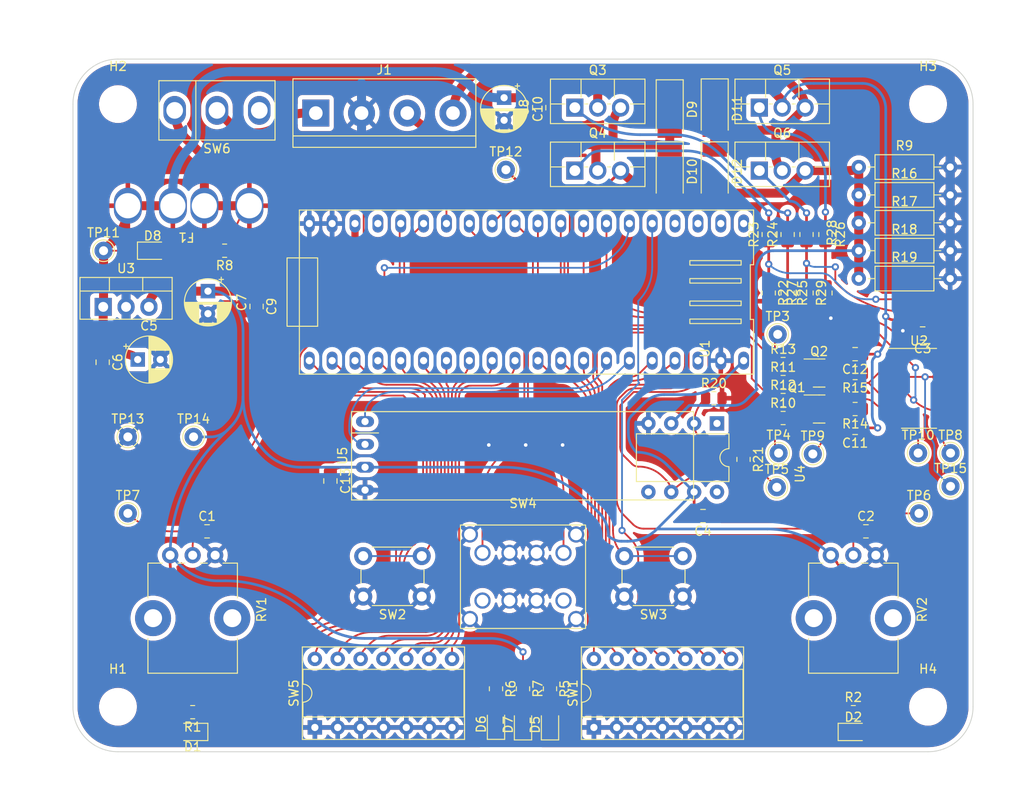
<source format=kicad_pcb>
(kicad_pcb (version 20211014) (generator pcbnew)
  (layers (0 "F.Cu" signal) (31 "B.Cu" signal) (34 "B.Paste" user) (35 "F.Paste" user) (36 "B.SilkS" user "B.Silkscreen") (37 "F.SilkS" user "F.Silkscreen") (38 "B.Mask" user) (39 "F.Mask" user) (44 "Edge.Cuts" user))
  (net 0 "")
  (net 1 "POT_A")
  (net 2 "GND")
  (net 3 "POT_B")
  (net 4 "+3V3")
  (net 5 "+12V")
  (net 6 "LED_PROG")
  (net 7 "Net-(D5-Pad2)")
  (net 8 "LED_ALARM")
  (net 9 "Net-(D6-Pad2)")
  (net 10 "Net-(D7-Pad2)")
  (net 11 "Net-(D8-Pad2)")
  (net 12 "Net-(F1-Pad1)")
  (net 13 "TRACK_B")
  (net 14 "CURRENT")
  (net 15 "TRACK_A")
  (net 16 "12V_IN")
  (net 17 "E_STOP")
  (net 18 "PROG_BTN")
  (net 19 "PROG_MODE_1")
  (net 20 "Net-(SW5-Pad14)")
  (net 24 "OUT_EN")
  (net 25 "OUT_DIR")
  (net 26 "PROG_MODE_2")
  (net 27 "Net-(Q1-Pad1)")
  (net 28 "/OUT_DIR_SHIFT")
  (net 29 "Net-(Q2-Pad1)")
  (net 33 "Net-(SW5-Pad9)")
  (net 34 "Net-(SW5-Pad8)")
  (net 35 "Net-(SW5-Pad13)")
  (net 36 "Net-(SW5-Pad12)")
  (net 37 "Net-(SW5-Pad11)")
  (net 38 "Net-(SW5-Pad10)")
  (net 39 "Net-(SW1-Pad9)")
  (net 40 "Net-(SW1-Pad8)")
  (net 41 "Net-(SW1-Pad14)")
  (net 42 "Net-(SW1-Pad13)")
  (net 43 "Net-(SW1-Pad12)")
  (net 44 "/OUT_EN_SHIFT")
  (net 45 "IN_A")
  (net 46 "IN_B")
  (net 50 "/SHUNT")
  (net 51 "/B_INV")
  (net 52 "/OP_AMP_INV")
  (net 53 "Net-(Q3-Pad1)")
  (net 54 "Net-(Q5-Pad1)")
  (net 55 "CHAN_A")
  (net 56 "Net-(D1-Pad2)")
  (net 57 "CHAN_B")
  (net 58 "Net-(D2-Pad2)")
  (net 59 "Net-(R22-Pad1)")
  (net 60 "Net-(R28-Pad2)")
  (net 61 "SCL")
  (net 62 "SDA")
  (net 63 "/A_INV")
  (net 64 "Net-(SW1-Pad10)")
  (net 65 "Net-(SW1-Pad11)")
  (footprint "Resistor_THT:R_Axial_DIN0207_L6.3mm_D2.5mm_P10.16mm_Horizontal" (layer "F.Cu") (at 189.3 73.2)
    (fp_text reference "R17")
    (fp_text value "1R 1W")
  )
  (footprint "Capacitor_SMD:C_0805_2012Metric" (layer "F.Cu") (at 188.9 96 180)
    (fp_text reference "C11")
    (fp_text value "10n")
  )
  (footprint "Package_TO_SOT_SMD:SOT-23" (layer "F.Cu") (at 184.9 93.9)
    (fp_text reference "Q1")
    (fp_text value "CMPDM7003")
  )
  (footprint "Resistor_SMD:R_0805_2012Metric" (layer "F.Cu") (at 155 125 -90)
    (fp_text reference "R5")
    (fp_text value "330")
  )
  (footprint "Capacitor_SMD:C_0805_2012Metric" (layer "F.Cu") (at 190.1 107.5)
    (fp_text reference "C2")
    (fp_text value "100n")
  )
  (footprint "Capacitor_THT:CP_Radial_D5.0mm_P2.50mm" (layer "F.Cu") (at 109.194888 88.4)
    (fp_text reference "C5")
    (fp_text value "100µ")
  )
  (footprint "Resistor_SMD:R_0805_2012Metric" (layer "F.Cu") (at 185.6 81 90)
    (fp_text reference "R27")
    (fp_text value "100k")
  )
  (footprint "Package_TO_SOT_THT:TO-220-3_Vertical" (layer "F.Cu") (at 105.36 82.545)
    (fp_text reference "U3")
    (fp_text value "VXO7803-500")
  )
  (footprint "Resistor_SMD:R_0805_2012Metric" (layer "F.Cu") (at 176.5 99.5 -90)
    (fp_text reference "R21")
    (fp_text value "100k")
  )
  (footprint "stm32f103c6t6-blue-pill:stm32-blue-pill" (layer "F.Cu") (at 152.385 80.9 180)
    (fp_text reference "U1")
    (fp_text value "STM32F103C6Tx")
  )
  (footprint "TestPoint:TestPoint_THTPad_D2.0mm_Drill1.0mm" (layer "F.Cu") (at 150.1 67.3)
    (fp_text reference "TP12")
    (fp_text value "TestPoint")
  )
  (footprint "Package_DIP:DIP-8_W7.62mm" (layer "F.Cu") (at 173.55 95.5 -90)
    (fp_text reference "U4")
    (fp_text value "LM741")
  )
  (footprint "Package_TO_SOT_THT:TO-220F-3_Vertical" (layer "F.Cu") (at 178.26 67.395)
    (fp_text reference "Q6")
    (fp_text value "IRF520PBF")
  )
  (footprint "Resistor_SMD:R_0805_2012Metric" (layer "F.Cu") (at 179.3 81 -90)
    (fp_text reference "R22")
    (fp_text value "100k")
  )
  (footprint "Package_TO_SOT_THT:TO-220F-3_Vertical" (layer "F.Cu") (at 178.26 60.395)
    (fp_text reference "Q5")
    (fp_text value "IRF520PBF")
  )
  (footprint "TestPoint:TestPoint_THTPad_D2.0mm_Drill1.0mm" (layer "F.Cu") (at 108.1 97)
    (fp_text reference "TP13")
    (fp_text value "TestPoint")
  )
  (footprint "Resistor_THT:R_Axial_DIN0207_L6.3mm_D2.5mm_P10.16mm_Horizontal" (layer "F.Cu") (at 189.3 70.1)
    (fp_text reference "R16")
    (fp_text value "1R 1W")
  )
  (footprint "Resistor_SMD:R_0805_2012Metric" (layer "F.Cu") (at 183.5 74.5 -90)
    (fp_text reference "R28")
    (fp_text value "100")
  )
  (footprint "LED_SMD:LED_0805_2012Metric" (layer "F.Cu") (at 115.3 129.8 180)
    (fp_text reference "D1")
    (fp_text value "CHAN_A")
  )
  (footprint "LED_SMD:LED_0805_2012Metric" (layer "F.Cu") (at 188.7 129.8)
    (fp_text reference "D2")
    (fp_text value "CHAN_B")
  )
  (footprint "Resistor_SMD:R_0805_2012Metric" (layer "F.Cu") (at 181.4 81 -90)
    (fp_text reference "R25")
    (fp_text value "100k")
  )
  (footprint "Resistor_THT:R_Axial_DIN0207_L6.3mm_D2.5mm_P10.16mm_Horizontal" (layer "F.Cu") (at 189.3 79.4)
    (fp_text reference "R19")
    (fp_text value "1R 1W")
  )
  (footprint "Capacitor_SMD:C_0805_2012Metric" (layer "F.Cu") (at 116.9 107.5)
    (fp_text reference "C1")
    (fp_text value "100n")
  )
  (footprint "Diode_SMD:D_MELF" (layer "F.Cu") (at 173.3 60.5 -90)
    (fp_text reference "D11")
    (fp_text value "D")
  )
  (footprint "Package_DIP:DIP-14_W7.62mm_Socket" (layer "F.Cu") (at 128.875 129.3 90)
    (fp_text reference "SW5")
    (fp_text value "SW_DIP_x07")
  )
  (footprint "Capacitor_SMD:C_0805_2012Metric" (layer "F.Cu") (at 153.8 60.4 90)
    (fp_text reference "C8")
    (fp_text value "100n")
  )
  (footprint "Resistor_SMD:R_0805_2012Metric" (layer "F.Cu") (at 180.9 88.9)
    (fp_text reference "R13")
    (fp_text value "100")
  )
  (footprint "Resistor_SMD:R_0805_2012Metric" (layer "F.Cu") (at 188.9 89.9 180)
    (fp_text reference "R15")
    (fp_text value "10k")
  )
  (footprint "Capacitor_SMD:C_0805_2012Metric" (layer "F.Cu") (at 172 105.8 180)
    (fp_text reference "C4")
    (fp_text value "10n")
  )
  (footprint "Resistor_SMD:R_0805_2012Metric" (layer "F.Cu") (at 179.3 74.5 90)
    (fp_text reference "R23")
    (fp_text value "100")
  )
  (footprint "Capacitor_SMD:C_0805_2012Metric" (layer "F.Cu") (at 122.4 82.5 -90)
    (fp_text reference "C9")
    (fp_text value "100n")
  )
  (footprint "spdt-slide-switch:spdt-slide-switch" (layer "F.Cu") (at 118 60.7)
    (fp_text reference "SW6")
    (fp_text value "SW_PWR")
  )
  (footprint "TestPoint:TestPoint_THTPad_D2.0mm_Drill1.0mm" (layer "F.Cu") (at 108.1 105.5)
    (fp_text reference "TP7")
    (fp_text value "TestPoint")
  )
  (footprint "Resistor_SMD:R_0805_2012Metric" (layer "F.Cu") (at 188.7 127.6)
    (fp_text reference "R2")
    (fp_text value "330")
  )
  (footprint "Diode_SMD:D_MELF" (layer "F.Cu") (at 168.3 67.5 -90)
    (fp_text reference "D10")
    (fp_text value "D")
  )
  (footprint "Resistor_SMD:R_0805_2012Metric" (layer "F.Cu") (at 188.9 93.9 180)
    (fp_text reference "R14")
    (fp_text value "10k")
  )
  (footprint "Package_TO_SOT_THT:TO-220F-3_Vertical" (layer "F.Cu") (at 157.76 60.395)
    (fp_text reference "Q3")
    (fp_text value "IRF520PBF")
  )
  (footprint "TestPoint:TestPoint_THTPad_D2.0mm_Drill1.0mm" (layer "F.Cu") (at 105.4 76.3)
    (fp_text reference "TP11")
    (fp_text value "TestPoint")
  )
  (footprint "MountingHole:MountingHole_3.2mm_M3" (layer "F.Cu") (at 107 127)
    (fp_text reference "H1")
    (fp_text value "MountingHole")
  )
  (footprint "LED_SMD:LED_0805_2012Metric" (layer "F.Cu") (at 155 129 90)
    (fp_text reference "D5")
    (fp_text value "PROG")
  )
  (footprint "Resistor_SMD:R_0805_2012Metric" (layer "F.Cu") (at 180.9 92.9)
    (fp_text reference "R12")
    (fp_text value "100")
  )
  (footprint "LED_SMD:LED_0805_2012Metric" (layer "F.Cu") (at 152 129 90)
    (fp_text reference "D7")
    (fp_text value "PWR")
  )
  (footprint "Package_TO_SOT_THT:TO-220F-3_Vertical" (layer "F.Cu") (at 157.76 67.395)
    (fp_text reference "Q4")
    (fp_text value "IRF520PBF")
  )
  (footprint "Resistor_SMD:R_0805_2012Metric" (layer "F.Cu") (at 185.6 74.5 -90)
    (fp_text reference "R26")
    (fp_text value "100")
  )
  (footprint "Capacitor_SMD:C_0805_2012Metric" (layer "F.Cu") (at 188.9 87.8 180)
    (fp_text reference "C12")
    (fp_text value "10n")
  )
  (footprint "Capacitor_SMD:C_0805_2012Metric" (layer "F.Cu") (at 105.3 88.7 -90)
    (fp_text reference "C6")
    (fp_text value "100n")
  )
  (footprint "Package_TO_SOT_SMD:SOT-23" (layer "F.Cu") (at 184.9 89.9)
    (fp_text reference "Q2")
    (fp_text value "CMPDM7003")
  )
  (footprint "MountingHole:MountingHole_3.2mm_M3" (layer "F.Cu") (at 107 60)
    (fp_text reference "H2")
    (fp_text value "MountingHole")
  )
  (footprint "automotive-fuse-mount:automotive-fuse-mount" (layer "F.Cu") (at 114.6 74.3 180)
    (fp_text reference "F1")
    (fp_text value "Fuse")
  )
  (footprint "Button_Switch_THT:SW_PUSH_6mm_H5mm" (layer "F.Cu") (at 169.75 114.75 180)
    (fp_text reference "SW3")
    (fp_text value "PROG_BTN")
  )
  (footprint "Package_DIP:DIP-14_W7.62mm_Socket" (layer "F.Cu") (at 159.875 129.3 90)
    (fp_text reference "SW1")
    (fp_text value "SW_DIP_x07")
  )
  (footprint "Capacitor_THT:CP_Radial_D5.0mm_P2.50mm" (layer "F.Cu") (at 149.9 59.294888 -90)
    (fp_text reference "C10")
    (fp_text value "47µ")
  )
  (footprint "Capacitor_SMD:C_0805_2012Metric" (layer "F.Cu") (at 196.4 85.5 180)
    (fp_text reference "C3")
    (fp_text value "10n")
  )
  (footprint "MountingHole:MountingHole_3.2mm_M3" (layer "F.Cu") (at 197 127)
    (fp_text reference "H4")
    (fp_text value "MountingHole")
  )
  (footprint "Button_Switch_THT:SW_PUSH_6mm_H5mm" (layer "F.Cu") (at 140.75 114.75 180)
    (fp_text reference "SW2")
    (fp_text value "E_STOP")
  )
  (footprint "Capacitor_SMD:C_0805_2012Metric" (layer "F.Cu") (at 130.6 101.9 -90)
    (fp_text reference "C13")
    (fp_text value "100n")
  )
  (footprint "Resistor_SMD:R_0805_2012Metric" (layer "F.Cu") (at 152 125 -90)
    (fp_text reference "R7")
    (fp_text value "330")
  )
  (footprint "Resistor_SMD:R_0805_2012Metric" (layer "F.Cu") (at 149 125 -90)
    (fp_text reference "R6")
    (fp_text value "330")
  )
  (footprint "TestPoint:TestPoint_THTPad_D2.0mm_Drill1.0mm" (layer "F.Cu") (at 180.4 98.8)
    (fp_text reference "TP4")
    (fp_text value "TestPoint")
  )
  (footprint "TerminalBlock:TerminalBlock_bornier-4_P5.08mm" (layer "F.Cu") (at 128.98 61)
    (fp_text reference "J1")
    (fp_text value "Screw_Terminal_01x04")
  )
  (footprint "TestPoint:TestPoint_THTPad_D2.0mm_Drill1.0mm" (layer "F.Cu") (at 199.5 102.5)
    (fp_text reference "TP15")
    (fp_text value "TestPoint")
  )
  (footprint "ssd1306-display:ssd1306-display" (layer "F.Cu") (at 144.35 99.11)
    (fp_text reference "U5")
    (fp_text value "ssd1306-display")
  )
  (footprint "TestPoint:TestPoint_THTPad_D2.0mm_Drill1.0mm" (layer "F.Cu") (at 180.3 85.6)
    (fp_text reference "TP3")
    (fp_text value "TestPoint")
  )
  (footprint "Diode_SMD:D_MELF" (layer "F.Cu") (at 168.3 60.6 -90)
    (fp_text reference "D9")
    (fp_text value "D")
  )
  (footprint "Resistor_SMD:R_0805_2012Metric" (layer "F.Cu") (at 115.3 127.6 180)
    (fp_text reference "R1")
    (fp_text value "330")
  )
  (footprint "TestPoint:TestPoint_THTPad_D2.0mm_Drill1.0mm" (layer "F.Cu") (at 184.2 98.9)
    (fp_text reference "TP9")
    (fp_text value "TestPoint")
  )
  (footprint "Potentiometer_THT:Potentiometer_Bourns_PTV09A-1_Single_Vertical" (layer "F.Cu") (at 186.2 110.15 -90)
    (fp_text reference "RV2")
    (fp_text value "50k")
  )
  (footprint "Resistor_SMD:R_0805_2012Metric" (layer "F.Cu") (at 180.9 94.9)
    (fp_text reference "R10")
    (fp_text value "100k")
  )
  (footprint "TestPoint:TestPoint_THTPad_D2.0mm_Drill1.0mm" (layer "F.Cu") (at 115.4 97)
    (fp_text reference "TP14")
    (fp_text value "TestPoint")
  )
  (footprint "LED_SMD:LED_0805_2012Metric" (layer "F.Cu") (at 149 128.9375 90)
    (fp_text reference "D6")
    (fp_text value "ALARM")
  )
  (footprint "Resistor_SMD:R_0805_2012Metric" (layer "F.Cu") (at 183.5 81 -90)
    (fp_text reference "R29")
    (fp_text value "100k")
  )
  (footprint "dp3t:dp3t" (layer "F.Cu") (at 152 104.895)
    (fp_text reference "SW4")
    (fp_text value "PROG_MODE")
  )
  (footprint "MountingHole:MountingHole_3.2mm_M3" (layer "F.Cu") (at 197 60)
    (fp_text reference "H3")
    (fp_text value "MountingHole")
  )
  (footprint "Capacitor_THT:CP_Radial_D5.0mm_P2.50mm" (layer "F.Cu") (at 117 80.794888 -90)
    (fp_text reference "C7")
    (fp_text value "47µ")
  )
  (footprint "TestPoint:TestPoint_THTPad_D2.0mm_Drill1.0mm" (layer "F.Cu") (at 195.9 98.8)
    (fp_text reference "TP10")
    (fp_text value "TestPoint")
  )
  (footprint "LED_SMD:LED_0805_2012Metric" (layer "F.Cu") (at 110.85 76.3)
    (fp_text reference "D8")
    (fp_text value "FUSE_BLOWN")
  )
  (footprint "Resistor_SMD:R_0805_2012Metric" (layer "F.Cu") (at 181.4 74.5 90)
    (fp_text reference "R24")
    (fp_text value "100")
  )
  (footprint "Resistor_THT:R_Axial_DIN0207_L6.3mm_D2.5mm_P10.16mm_Horizontal" (layer "F.Cu") (at 189.3 76.3)
    (fp_text reference "R18")
    (fp_text value "1R 1W")
  )
  (footprint "Resistor_THT:R_Axial_DIN0207_L6.3mm_D2.5mm_P10.16mm_Horizontal" (layer "F.Cu") (at 189.3 67)
    (fp_text reference "R9")
    (fp_text value "1R 1W")
  )
  (footprint "Resistor_SMD:R_0805_2012Metric" (layer "F.Cu") (at 180.9 90.9)
    (fp_text reference "R11")
    (fp_text value "100k")
  )
  (footprint "Potentiometer_THT:Potentiometer_Bourns_PTV09A-1_Single_Vertical" (layer "F.Cu") (at 112.8 110.15 -90)
    (fp_text reference "RV1")
    (fp_text value "50k")
  )
  (footprint "TestPoint:TestPoint_THTPad_D2.0mm_Drill1.0mm" (layer "F.Cu") (at 180.2 102.6)
    (fp_text reference "TP5")
    (fp_text value "TestPoint")
  )
  (footprint "TestPoint:TestPoint_THTPad_D2.0mm_Drill1.0mm" (layer "F.Cu") (at 196 105.5)
    (fp_text reference "TP6")
    (fp_text value "TestPoint")
  )
  (footprint "Resistor_SMD:R_0805_2012Metric" (layer "F.Cu") (at 118.85 76.3 180)
    (fp_text reference "R8")
    (fp_text value "2k2")
  )
  (footprint "TestPoint:TestPoint_THTPad_D2.0mm_Drill1.0mm" (layer "F.Cu") (at 199.5 98.8)
    (fp_text reference "TP8")
    (fp_text value "TestPoint")
  )
  (footprint "Diode_SMD:D_MELF" (layer "F.Cu") (at 173.3 67.5 -90)
    (fp_text reference "D12")
    (fp_text value "D")
  )
  (footprint "Resistor_SMD:R_0805_2012Metric" (layer "F.Cu") (at 173.2 92.7)
    (fp_text reference "R20")
    (fp_text value "25k")
  )
  (footprint "Package_SO:SOIC-14_3.9x8.7mm_P1.27mm" (layer "F.Cu") (at 196 91.6)
    (fp_text reference "U2")
    (fp_text value "4001")
  )
  (gr_arc (start 102 60) (mid 103.464466 56.464466) (end 107 55) (layer "Edge.Cuts") (width 0.1))
  (gr_arc (start 107 132) (mid 103.464466 130.535534) (end 102 127) (layer "Edge.Cuts") (width 0.1))
  (gr_line (start 107 55) (end 197 55) (layer "Edge.Cuts") (width 0.1))
  (gr_line (start 197 132) (end 107 132) (layer "Edge.Cuts") (width 0.1))
  (gr_line (start 102 127) (end 102 60) (layer "Edge.Cuts") (width 0.1))
  (gr_arc (start 202 127) (mid 200.535534 130.535534) (end 197 132) (layer "Edge.Cuts") (width 0.1))
  (gr_arc (start 197 55) (mid 200.535534 56.464466) (end 202 60) (layer "Edge.Cuts") (width 0.1))
  (gr_line (start 202 60) (end 202 127) (layer "Edge.Cuts") (width 0.1))
  (segment (start 115.3 110.15) (end 115.3 109.069238) (width 0.2) (layer "F.Cu") (net 1))
  (segment (start 134.3 82.7) (end 134.3 71) (width 0.2) (layer "F.Cu") (net 1))
  (segment (start 115.95 107.5) (end 112.928427 107.5) (width 0.2) (layer "F.Cu") (net 1))
  (segment (start 123.7 91.650253) (end 123.7 89.5) (width 0.2) (layer "F.Cu") (net 1))
  (segment (start 143.495 70.62935) (end 143.495 73.28) (width 0.2) (layer "F.Cu") (net 1))
  (segment (start 123.912132 88.987868) (end 127.8 85.1) (width 0.2) (layer "F.Cu") (net 1))
  (segment (start 118.177386 102.122613) (end 120.2 100.1) (width 0.2) (layer "F.Cu") (net 1))
  (segment (start 133.594112 82.7) (end 134.3 82.7) (width 0.2) (layer "F.Cu") (net 1))
  (segment (start 137.3 69.7) (end 141.710051 69.7) (width 0.2) (layer "F.Cu") (net 1))
  (segment (start 134.3 71) (end 134.397918 70.902082) (width 0.2) (layer "F.Cu") (net 1))
  (arc (start 120.2 100.1) (mid 122.79038 96.223223) (end 123.7 91.650253) (width 0.2) (layer "F.Cu") (net 1))
  (arc (start 123.7 89.5) (mid 123.755131 89.222836) (end 123.912132 88.987868) (width 0.2) (layer "F.Cu") (net 1))
  (arc (start 112.928427 107.5) (mid 110.315301 106.980217) (end 108.1 105.5) (width 0.2) (layer "F.Cu") (net 1))
  (arc (start 115.95 107.5) (mid 116.528879 104.589779) (end 118.177386 102.122613) (width 0.2) (layer "F.Cu") (net 1))
  (arc (start 143.4 70.4) (mid 143.47031 70.505227) (end 143.495 70.62935) (width 0.2) (layer "F.Cu") (net 1))
  (arc (start 127.8 85.1) (mid 130.458361 83.32374) (end 133.594112 82.7) (width 0.2) (layer "F.Cu") (net 1))
  (arc (start 141.710051 69.7) (mid 142.624644 69.881924) (end 143.4 70.4) (width 0.2) (layer "F.Cu") (net 1))
  (arc (start 134.397918 70.902082) (mid 135.729404 70.012411) (end 137.3 69.7) (width 0.2) (layer "F.Cu") (net 1))
  (arc (start 115.3 109.069238) (mid 115.468929 108.219973) (end 115.95 107.5) (width 0.2) (layer "F.Cu") (net 1))
  (segment (start 134.06 61) (end 134.06 57.596568) (width 1) (layer "F.Cu") (net 2))
  (segment (start 107.9 84.7) (end 107.9 80.2) (width 1) (layer "F.Cu") (net 2))
  (segment (start 117 83.294888) (end 117 84.817158) (width 1) (layer "F.Cu") (net 2))
  (segment (start 199.46 67) (end 199.46 79.4) (width 1) (layer "F.Cu") (net 2))
  (segment (start 111.694888 88.4) (end 111.694888 86.212341) (width 1) (layer "F.Cu") (net 2))
  (segment (start 134.06 61) (end 134.06 65.003432) (width 1) (layer "F.Cu") (net 2))
  (segment (start 199.46 67) (end 199.46 64.944852) (width 1) (layer "F.Cu") (net 2))
  (segment (start 107.9 82.545) (end 107.9 84.7) (width 1) (layer "F.Cu") (net 2))
  (via (at 194.2 85.2) (size 0.8) (drill 0.4) (layers "F.Cu" "B.Cu") (net 2))
  (via (at 156.4 97.9) (size 0.8) (drill 0.4) (layers "F.Cu" "B.Cu") (net 2))
  (via (at 152.3 97.9) (size 0.8) (drill 0.4) (layers "F.Cu" "B.Cu") (net 2))
  (via (at 148.2 97.9) (size 0.8) (drill 0.4) (layers "F.Cu" "B.Cu") (net 2))
  (via (at 186.2 83.8) (size 0.8) (drill 0.4) (layers "F.Cu" "B.Cu") (net 2))
  (arc (start 199.46 64.944852) (mid 199.444407 64.866459) (end 199.4 64.8) (width 1) (layer "F.Cu") (net 2))
  (arc (start 117 84.817158) (mid 116.948021 85.07847) (end 116.8 85.3) (width 1) (layer "F.Cu") (net 2))
  (arc (start 111.694888 86.212341) (mid 111.696216 86.205662) (end 111.7 86.2) (width 1) (layer "F.Cu") (net 2))
  (segment (start 111.694888 88.4) (end 111.694888 86.429079) (width 1) (layer "B.Cu") (net 2))
  (segment (start 107.9 82.545) (end 107.9 80.2) (width 1) (layer "B.Cu") (net 2))
  (segment (start 134.06 61) (end 134.06 57.63952) (width 1) (layer "B.Cu") (net 2))
  (segment (start 107.9 82.545) (end 107.9 84.5) (width 1) (layer "B.Cu") (net 2))
  (segment (start 134.06 61) (end 134.06 65.003432) (width 1) (layer "B.Cu") (net 2))
  (segment (start 149.9 61.794888) (end 149.9 64.2) (width 1) (layer "B.Cu") (net 2))
  (segment (start 199.46 79.4) (end 199.46 65.137989) (width 1) (layer "B.Cu") (net 2))
  (segment (start 117 83.294888) (end 117 84.758579) (width 1) (layer "B.Cu") (net 2))
  (arc (start 111.694888 86.429079) (mid 111.670227 86.305102) (end 111.6 86.2) (width 1) (layer "B.Cu") (net 2))
  (arc (start 117 84.758579) (mid 117.025989 84.889235) (end 117.1 85) (width 1) (layer "B.Cu") (net 2))
  (arc (start 134.06 65.003432) (mid 134.070396 65.055694) (end 134.1 65.1) (width 1) (layer "B.Cu") (net 2))
  (arc (start 199.46 65.137989) (mid 199.496385 64.955071) (end 199.6 64.8) (width 1) (layer "B.Cu") (net 2))
  (segment (start 189.609619 106.39038) (end 189.9 106.1) (width 0.2) (layer "F.Cu") (net 3))
  (segment (start 169.153554 91.246447) (end 169.5 90.9) (width 0.2) (layer "F.Cu") (net 3))
  (segment (start 168 91.6) (end 168.3 91.6) (width 0.2) (layer "F.Cu") (net 3))
  (segment (start 167.685787 85) (end 158.741421 85) (width 0.2) (layer "F.Cu") (net 3))
  (segment (start 164.205026 106.705025) (end 163.8 106.3) (width 0.2) (layer "F.Cu") (net 3))
  (segment (start 170.39952 89.60048) (end 170.39952 86.723105) (width 0.2) (layer "F.Cu") (net 3))
  (segment (start 164.406748 91.606748) (end 167.983709 91.606748) (width 0.2) (layer "F.Cu") (net 3))
  (segment (start 169.5 90.9) (end 170.029289 90.370711) (width 0.2) (layer "F.Cu") (net 3))
  (segment (start 155.775736 71) (end 151.924264 71) (width 0.2) (layer "F.Cu") (net 3))
  (segment (start 157.7 84.8) (end 157.024265 84.124265) (width 0.2) (layer "F.Cu") (net 3))
  (segment (start 156.6 83.1) (end 156.6 75.4) (width 0.2) (layer "F.Cu") (net 3))
  (segment (start 162.4 103.8) (end 162.4 93.565685) (width 0.2) (layer "F.Cu") (net 3))
  (segment (start 157.2 74.117158) (end 157.2 72.2) (width 0.2) (layer "F.Cu") (net 3))
  (segment (start 156.882843 74.717158) (end 157 74.6) (width 0.2) (layer "F.Cu") (net 3))
  (segment (start 165.4 107.2) (end 188.425736 107.2) (width 0.2) (layer "F.Cu") (net 3))
  (segment (start 151.2 71.3) (end 150.041422 72.458578) (width 0.2) (layer "F.Cu") (net 3))
  (segment (start 170.3 89.7) (end 170.39952 89.60048) (width 0.2) (layer "F.Cu") (net 3))
  (segment (start 157.058579 71.858578) (end 156.5 71.3) (width 0.2) (layer "F.Cu") (net 3))
  (segment (start 162.8 92.6) (end 163.375736 92.024264) (width 0.2) (layer "F.Cu") (net 3))
  (segment (start 191.348528 105.5) (end 196 105.5) (width 0.2) (layer "F.Cu") (net 3))
  (segment (start 149.9 72.8) (end 149.9 73.492894) (width 0.2) (layer "F.Cu") (net 3))
  (segment (start 170.1 90.2) (end 170.1 90.182842) (width 0.2) (layer "F.Cu") (net 3))
  (segment (start 146.9 74.8) (end 146.498155 74.398155) (width 0.2) (layer "F.Cu") (net 3))
  (segment (start 148.192894 75.2) (end 147.865685 75.2) (width 0.2) (layer "F.Cu") (net 3))
  (segment (start 158.258579 84.8) (end 157.7 84.8) (width 0.2) (layer "F.Cu") (net 3))
  (segment (start 188.7 110.15) (end 188.7 108.586396) (width 0.2) (layer "F.Cu") (net 3))
  (segment (start 163.8 106.3) (end 163.177818 105.677818) (width 0.2) (layer "F.Cu") (net 3))
  (segment (start 164.4 91.6) (end 164.406748 91.606748) (width 0.2) (layer "F.Cu") (net 3))
  (arc (start 170.39952 86.723105) (mid 170.321677 86.331763) (end 170.1 86) (width 0.2) (layer "F.Cu") (net 3))
  (arc (start 158.5 84.9) (mid 158.389235 84.825989) (end 158.258579 84.8) (width 0.2) (layer "F.Cu") (net 3))
  (arc (start 165.4 107.2) (mid 164.753285 107.07136) (end 164.205026 106.705025) (width 0.2) (layer "F.Cu") (net 3))
  (arc (start 162.4 93.565685) (mid 162.503957 93.04306) (end 162.8 92.6) (width 0.2) (layer "F.Cu") (net 3))
  (arc (start 150.041422 72.458578) (mid 149.936755 72.615223) (end 149.9 72.8) (width 0.2) (layer "F.Cu") (net 3))
  (arc (start 147.865685 75.2) (mid 147.34306 75.096043) (end 146.9 74.8) (width 0.2) (layer "F.Cu") (net 3))
  (arc (start 163.375736 92.024264) (mid 163.845672 91.710263) (end 164.4 91.6) (width 0.2) (layer "F.Cu") (net 3))
  (arc (start 146.498155 74.398155) (mid 146.15537 73.885141) (end 146.035 73.28) (width 0.2) (layer "F.Cu") (net 3))
  (arc (start 167.983709 91.606748) (mid 167.992526 91.604994) (end 168 91.6) (width 0.2) (layer "F.Cu") (net 3))
  (arc (start 168.3 91.6) (mid 168.76194 91.508114) (end 169.153554 91.246447) (width 0.2) (layer "F.Cu") (net 3))
  (arc (start 157 74.6) (mid 157.148022 74.37847) (end 157.2 74.117158) (width 0.2) (layer "F.Cu") (net 3))
  (arc (start 157.2 72.2) (mid 157.163246 72.015224) (end 157.058579 71.858578) (width 0.2) (layer "F.Cu") (net 3))
  (arc (start 151.924264 71) (mid 151.532296 71.077967) (end 151.2 71.3) (width 0.2) (layer "F.Cu") (net 3))
  (arc (start 157.024265 84.124265) (mid 156.710263 83.654329) (end 156.6 83.1) (width 0.2) (layer "F.Cu") (net 3))
  (arc (start 189.9 106.1) (mid 190.56459 105.655935) (end 191.348528 105.5) (width 0.2) (layer "F.Cu") (net 3))
  (arc (start 188.425736 107.2) (mid 188.817704 107.277968) (end 189.15 107.5) (width 0.2) (layer "F.Cu") (net 3))
  (arc (start 156.5 71.3) (mid 156.167705 71.077967) (end 155.775736 71) (width 0.2) (layer "F.Cu") (net 3))
  (arc (start 170.1 86) (mid 168.99235 85.259891) (end 167.685787 85) (width 0.2) (layer "F.Cu") (net 3))
  (arc (start 158.741421 85) (mid 158.610765 84.974011) (end 158.5 84.9) (width 0.2) (layer "F.Cu") (net 3))
  (arc (start 149.4 74.7) (mid 148.846175 75.070054) (end 148.192894 75.2) (width 0.2) (layer "F.Cu") (net 3))
  (arc (start 163.177818 105.677818) (mid 162.602148 104.816268) (end 162.4 103.8) (width 0.2) (layer "F.Cu") (net 3))
  (arc (start 189.15 107.5) (mid 189.269451 106.899478) (end 189.609619 106.39038) (width 0.2) (layer "F.Cu") (net 3))
  (arc (start 156.6 75.4) (mid 156.673508 75.030448) (end 156.882843 74.717158) (width 0.2) (layer "F.Cu") (net 3))
  (arc (start 170.029289 90.370711) (mid 170.081623 90.292388) (end 170.1 90.2) (width 0.2) (layer "F.Cu") (net 3))
  (arc (start 149.9 73.492894) (mid 149.770054 74.146175) (end 149.4 74.7) (width 0.2) (layer "F.Cu") (net 3))
  (arc (start 170.1 90.182842) (mid 170.151978 89.92153) (end 170.3 89.7) (width 0.2) (layer "F.Cu") (net 3))
  (arc (start 188.7 108.586396) (mid 188.816951 107.998443) (end 189.15 107.5) (width 0.2) (layer "F.Cu") (net 3))
  (segment (start 134.45 100.37) (end 132.000243 100.37) (width 0.3) (layer "F.Cu") (net 4))
  (segment (start 149 124.0875) (end 155 124.0875) (width 0.2) (layer "F.Cu") (net 4))
  (segment (start 116.2125 119.282868) (end 116.2125 127.6) (width 0.3) (layer "F.Cu") (net 4))
  (segment (start 112.8 110.15) (end 112.8 111.044366) (width 0.3) (layer "F.Cu") (net 4))
  (segment (start 152 120.9) (end 152 124.0875) (width 0.2) (layer "F.Cu") (net 4))
  (segment (start 111.06579 81.034211) (end 111.2 80.9) (width 1) (layer "F.Cu") (net 4))
  (segment (start 111.453762 80.794888) (end 117 80.794888) (width 1) (layer "F.Cu") (net 4))
  (segment (start 122.4 81.55) (end 128.606498 81.55) (width 0.8) (layer "F.Cu") (net 4))
  (segment (start 187.7875 113.982564) (end 187.7875 127.6) (width 0.3) (layer "F.Cu") (net 4))
  (segment (start 133.335 74.72139) (end 133.335 73.28) (width 0.8) (layer "F.Cu") (net 4))
  (segment (start 171.01 103.12) (end 171.01 105.703432) (width 0.3) (layer "F.Cu") (net 4))
  (segment (start 117 80.794888) (end 120.576999 80.794888) (width 1) (layer "F.Cu") (net 4))
  (via (at 152 120.9) (size 0.8) (drill 0.4) (layers "F.Cu" "B.Cu") (net 4))
  (arc (start 111.2 80.9) (mid 111.316427 80.822206) (end 111.453762 80.794888) (width 1) (layer "F.Cu") (net 4))
  (arc (start 130.9 80.6) (mid 132.702164 77.902871) (end 133.335 74.72139) (width 0.8) (layer "F.Cu") (net 4))
  (arc (start 113.9 113.7) (mid 115.611501 116.261442) (end 116.2125 119.282868) (width 0.3) (layer "F.Cu") (net 4))
  (arc (start 186.2 110.15) (mid 187.374922 111.908395) (end 187.7875 113.982564) (width 0.3) (layer "F.Cu") (net 4))
  (arc (start 171.01 105.703432) (mid 171.020396 105.755694) (end 171.05 105.8) (width 0.3) (layer "F.Cu") (net 4))
  (arc (start 110.44 82.545) (mid 110.602637 81.727367) (end 111.06579 81.034211) (width 1) (layer "F.Cu") (net 4))
  (arc (start 120.576999 80.794888) (mid 121.5636 80.991135) (end 122.4 81.55) (width 1) (layer "F.Cu") (net 4))
  (arc (start 132.000243 100.37) (mid 131.242437 100.520737) (end 130.6 100.95) (width 0.3) (layer "F.Cu") (net 4))
  (arc (start 128.606498 81.55) (mid 129.847732 81.303103) (end 130.9 80.6) (width 0.8) (layer "F.Cu") (net 4))
  (arc (start 112.8 111.044366) (mid 113.085881 112.481584) (end 113.9 113.7) (width 0.3) (layer "F.Cu") (net 4))
  (segment (start 119.2 96.2) (end 118.138657 97.261343) (width 0.3) (layer "B.Cu") (net 4))
  (segment (start 134.45 100.37) (end 149.812141 100.37) (width 0.3) (layer "B.Cu") (net 4))
  (segment (start 166.894716 107.235284) (end 171.01 103.12) (width 0.3) (layer "B.Cu") (net 4))
  (segment (start 171.01 103.12) (end 167.997143 100.107143) (width 0.3) (layer "B.Cu") (net 4))
  (segment (start 117 80.794888) (end 117.456288 80.794888) (width 0.3) (layer "B.Cu") (net 4))
  (segment (start 112.8 110.15) (end 113.917588 111.267588) (width 0.3) (layer "B.Cu") (net 4))
  (segment (start 166.894716 107.235284) (end 179.163254 107.235284) (width 0.3) (layer "B.Cu") (net 4))
  (segment (start 117.26863 97) (end 115.4 97) (width 0.3) (layer "B.Cu") (net 4))
  (segment (start 164.053553 94.646446) (end 165.5 93.2) (width 0.3) (layer "B.Cu") (net 4))
  (segment (start 134.394112 119.4) (end 135.1 119.4) (width 0.3) (layer "B.Cu") (net 4))
  (segment (start 120.9 85.22132) (end 120.9 92.523045) (width 0.3) (layer "B.Cu") (net 4))
  (segment (start 167.672792 92.3) (end 170.4 92.3) (width 0.3) (layer "B.Cu") (net 4))
  (segment (start 127.290315 100.37) (end 134.45 100.37) (width 0.3) (layer "B.Cu") (net 4))
  (segment (start 162.948528 108.6) (end 163.6 108.6) (width 0.3) (layer "B.Cu") (net 4))
  (segment (start 135.1 119.4) (end 148.37868 119.4) (width 0.3) (layer "B.Cu") (net 4))
  (segment (start 119.502082 95.897919) (end 119.2 96.2) (width 0.3) (layer "B.Cu") (net 4))
  (segment (start 118.1 113) (end 118.943146 113) (width 0.3) (layer "B.Cu") (net 4))
  (segment (start 163.7 96.527208) (end 163.7 95.5) (width 0.3) (layer "B.Cu") (net 4))
  (segment (start 174.386095 90.648906) (end 176.515 88.52) (width 0.3) (layer "B.Cu") (net 4))
  (segment (start 159.3 104.3) (end 160.439339 105.439339) (width 0.3) (layer "B.Cu") (net 4))
  (arc (start 160.439339 105.439339) (mid 161.224343 106.61418) (end 161.5 108) (width 0.3) (layer "B.Cu") (net 4))
  (arc (start 167.997143 100.107143) (mid 166.438521 99.065704) (end 164.6 98.7) (width 0.3) (layer "B.Cu") (net 4))
  (arc (start 120.9 92.523045) (mid 121.575718 95.920108) (end 123.5 98.8) (width 0.3) (layer "B.Cu") (net 4))
  (arc (start 123.5 98.8) (mid 125.239011 99.96197) (end 127.290315 100.37) (width 0.3) (layer "B.Cu") (net 4))
  (arc (start 149.812141 100.37) (mid 154.946933 101.391374) (end 159.3 104.3) (width 0.3) (layer "B.Cu") (net 4))
  (arc (start 148.37868 119.4) (mid 150.338524 119.789838) (end 152 120.9) (width 0.3) (layer "B.Cu") (net 4))
  (arc (start 119.2 96.2) (mid 118.31388 96.792087) (end 117.26863 97) (width 0.3) (layer "B.Cu") (net 4))
  (arc (start 128.6 117) (mid 131.258361 118.77626) (end 134.394112 119.4) (width 0.3) (layer "B.Cu") (net 4))
  (arc (start 117.456288 80.794888) (mid 118.508217 81.00413) (end 119.4 81.6) (width 0.3) (layer "B.Cu") (net 4))
  (arc (start 120.9 92.523045) (mid 120.536693 94.349513) (end 119.502082 95.897919) (width 0.3) (layer "B.Cu") (net 4))
  (arc (start 179.163254 107.235284) (mid 182.971513 107.992794) (end 186.2 110.15) (width 0.3) (layer "B.Cu") (net 4))
  (arc (start 163.7 95.5) (mid 163.791886 95.03806) (end 164.053553 94.646446) (width 0.3) (layer "B.Cu") (net 4))
  (arc (start 170.4 92.3) (mid 172.557259 91.870895) (end 174.386095 90.648906) (width 0.3) (layer "B.Cu") (net 4))
  (arc (start 165.5 93.2) (mid 166.496885 92.533902) (end 167.672792 92.3) (width 0.3) (layer "B.Cu") (net 4))
  (arc (start 118.943146 113) (mid 124.169397 114.039566) (end 128.6 117) (width 0.3) (layer "B.Cu") (net 4))
  (arc (start 161.5 108) (mid 162.16459 108.444065) (end 162.948528 108.6) (width 0.3) (layer "B.Cu") (net 4))
  (arc (start 164.6 98.7) (mid 163.933902 97.703115) (end 163.7 96.527208) (width 0.3) (layer "B.Cu") (net 4))
  (arc (start 119.4 81.6) (mid 120.510163 83.261476) (end 120.9 85.22132) (width 0.3) (layer "B.Cu") (net 4))
  (arc (start 118.138657 97.261343) (mid 114.187472 103.174709) (end 112.8 110.15) (width 0.3) (layer "B.Cu") (net 4))
  (arc (start 113.917588 111.267588) (mid 115.836495 112.549761) (end 118.1 113) (width 0.3) (layer "B.Cu") (net 4))
  (arc (start 163.6 108.6) (mid 165.383087 108.245322) (end 166.894716 107.235284) (width 0.3) (layer "B.Cu") (net 4))
  (segment (start 105.36 82.545) (end 105.36 87.605148) (width 1) (layer "F.Cu") (net 5))
  (segment (start 191.4 96) (end 189.85 96) (width 0.3) (layer "F.Cu") (net 5))
  (segment (start 105.3 87.75) (end 107.62565 87.75) (width 1) (layer "F.Cu") (net 5))
  (segment (start 197.651221 85.80122) (end 197.35 85.5) (width 0.2) (layer "F.Cu") (net 5))
  (segment (start 168.3 58.2) (end 173.058579 58.2) (width 1) (layer "F.Cu") (net 5))
  (segment (start 196 84) (end 197.243934 85.243934) (width 0.3) (layer "F.Cu") (net 5))
  (segment (start 155.465685 57.7) (end 160.4 57.7) (width 1) (layer "F.Cu") (net 5))
  (segment (start 180.8 59.583478) (end 180.8 60.395) (width 1) (layer "F.Cu") (net 5))
  (segment (start 160.4 57.7) (end 167.092894 57.7) (width 1) (layer "F.Cu") (net 5))
  (segment (start 189.85 87.8) (end 189.85 89.809467) (width 0.3) (layer "F.Cu") (net 5))
  (segment (start 105.4 76.3) (end 109.9125 76.3) (width 0.2) (layer "F.Cu") (net 5))
  (segment (start 173.3 58.1) (end 179.316522 58.1) (width 1) (layer "F.Cu") (net 5))
  (segment (start 105.4 76.3) (end 105.4 82.448432) (width 1) (layer "F.Cu") (net 5))
  (segment (start 179.316522 58.1) (end 180.8 59.583478) (width 1) (layer "F.Cu") (net 5))
  (segment (start 154.1 59.45) (end 154.1 59.065685) (width 1) (layer "F.Cu") (net 5))
  (segment (start 160.3 60.395) (end 160.3 57.941421) (width 1) (layer "F.Cu") (net 5))
  (segment (start 189.85 96) (end 189.85 93.990533) (width 0.3) (layer "F.Cu") (net 5))
  (segment (start 196 84) (end 193.265685 84) (width 0.3) (layer "F.Cu") (net 5))
  (segment (start 191.4 87.8) (end 189.85 87.8) (width 0.3) (layer "F.Cu") (net 5))
  (segment (start 106.473654 75.226345) (end 105.4 76.3) (width 1) (layer "F.Cu") (net 5))
  (segment (start 113.1 71.3) (end 108.1 71.3) (width 1) (layer "F.Cu") (net 5))
  (segment (start 150 59.294888) (end 153.725527 59.294888) (width 1) (layer "F.Cu") (net 5))
  (via (at 191.4 87.8) (size 0.8) (drill 0.4) (layers "F.Cu" "B.Cu") (net 5))
  (via (at 192.3 83.6) (size 0.8) (drill 0.4) (layers "F.Cu" "B.Cu") (net 5))
  (via (at 191.4 96) (size 0.8) (drill 0.4) (layers "F.Cu" "B.Cu") (net 5))
  (arc (start 189.85 89.809467) (mid 189.840254 89.858463) (end 189.8125 89.9) (width 0.3) (layer "F.Cu") (net 5))
  (arc (start 154.1 59.065685) (mid 154.203957 58.54306) (end 154.5 58.1) (width 1) (layer "F.Cu") (net 5))
  (arc (start 198.475 87.79) (mid 198.260907 86.71368) (end 197.651221 85.80122) (width 0.2) (layer "F.Cu") (net 5))
  (arc (start 173.058579 58.2) (mid 173.189235 58.17401) (end 173.3 58.1) (width 1) (layer "F.Cu") (net 5))
  (arc (start 167.092894 57.7) (mid 167.746175 57.829946) (end 168.3 58.2) (width 1) (layer "F.Cu") (net 5))
  (arc (start 108.1 71.3) (mid 107.677327 73.424923) (end 106.473654 75.226345) (width 1) (layer "F.Cu") (net 5))
  (arc (start 197.243934 85.243934) (mid 197.322434 85.361418) (end 197.35 85.5) (width 0.3) (layer "F.Cu") (net 5))
  (arc (start 105.36 87.605148) (mid 105.344406 87.683541) (end 105.3 87.75) (width 1) (layer "F.Cu") (net 5))
  (arc (start 193.265685 84) (mid 192.74306 83.896043) (end 192.3 83.6) (width 0.3) (layer "F.Cu") (net 5))
  (arc (start 105.4 82.448432) (mid 105.389604 82.500694) (end 105.36 82.545) (width 1) (layer "F.Cu") (net 5))
  (arc (start 189.85 93.990533) (mid 189.840254 93.941537) (end 189.8125 93.9) (width 0.3) (layer "F.Cu") (net 5))
  (arc (start 160.3 57.941421) (mid 160.325989 57.810765) (end 160.4 57.7) (width 1) (layer "F.Cu") (net 5))
  (arc (start 154.5 58.1) (mid 154.94306 57.803957) (end 155.465685 57.7) (width 1) (layer "F.Cu") (net 5))
  (arc (start 153.725527 59.294888) (mid 153.92819 59.335201) (end 154.1 59.45) (width 1) (layer "F.Cu") (net 5))
  (arc (start 107.62565 87.75) (mid 108.474915 87.91893) (end 109.194888 88.4) (width 1) (layer "F.Cu") (net 5))
  (segment (start 142.195837 56.4) (end 119.438477 56.4) (width 1) (layer "B.Cu") (net 5))
  (segment (start 180.8 60.395) (end 180.8 60.389949) (width 0.3) (layer "B.Cu") (net 5))
  (segment (start 190.8 88.7) (end 190.8 94.4) (width 0.3) (layer "B.Cu") (net 5))
  (segment (start 192.3 60.9) (end 192.3 83.6) (width 0.3) (layer "B.Cu") (net 5))
  (segment (start 113.1 69.387005) (end 113.1 71.3) (width 1) (layer "B.Cu") (net 5))
  (segment (start 192.3 83.6) (end 192.3 85.627208) (width 0.3) (layer "B.Cu") (net 5))
  (segment (start 115.7 59.148528) (end 115.7 63.110051) (width 1) (layer "B.Cu") (net 5))
  (segment (start 190.8 94.4) (end 190.8 94.551472) (width 0.3) (layer "B.Cu") (net 5))
  (segment (start 183.914213 57.7) (end 184.3 57.7) (width 0.3) (layer "B.Cu") (net 5))
  (segment (start 192.3 60.572792) (end 192.3 60.9) (width 0.3) (layer "B.Cu") (net 5))
  (segment (start 150 59.294888) (end 149.184714 59.294888) (width 1) (layer "B.Cu") (net 5))
  (segment (start 184.3 57.7) (end 189.710051 57.7) (width 0.3) (layer "B.Cu") (net 5))
  (segment (start 191.4 87.8) (end 191.012132 88.187868) (width 0.3) (layer "B.Cu") (net 5))
  (arc (start 192.3 85.627208) (mid 192.066097 86.803115) (end 191.4 87.8) (width 0.3) (layer "B.Cu") (net 5))
  (arc (start 189.710051 57.7) (mid 190.624644 57.881924) (end 191.4 58.4) (width 0.3) (layer "B.Cu") (net 5))
  (arc (start 116.3 57.7) (mid 115.855935 58.36459) (end 115.7 59.148528) (width 1) (layer "B.Cu") (net 5))
  (arc (start 115 64.8) (mid 113.593794 66.904535) (end 113.1 69.387005) (width 1) (layer "B.Cu") (net 5))
  (arc (start 180.8 60.389949) (mid 180.981924 59.475355) (end 181.5 58.7) (width 0.3) (layer "B.Cu") (net 5))
  (arc (start 146.3 58.1) (mid 144.416994 56.841815) (end 142.195837 56.4) (width 1) (layer "B.Cu") (net 5))
  (arc (start 190.8 94.551472) (mid 190.955935 95.335409) (end 191.4 96) (width 0.3) (layer "B.Cu") (net 5))
  (arc (start 191.4 58.4) (mid 192.066098 59.396885) (end 192.3 60.572792) (width 0.3) (layer "B.Cu") (net 5))
  (arc (start 191.012132 88.187868) (mid 190.855132 88.422836) (end 190.8 88.7) (width 0.3) (layer "B.Cu") (net 5))
  (arc (start 181.5 58.7) (mid 182.60765 57.959892) (end 183.914213 57.7) (width 0.3) (layer "B.Cu") (net 5))
  (arc (start 149.184714 59.294888) (mid 147.623518 58.984347) (end 146.3 58.1) (width 1) (layer "B.Cu") (net 5))
  (arc (start 115.7 63.110051) (mid 115.518076 64.024645) (end 115 64.8) (width 1) (layer "B.Cu") (net 5))
  (arc (start 119.438477 56.4) (mid 117.739946 56.737859) (end 116.3 57.7) (width 1) (layer "B.Cu") (net 5))
  (segment (start 137.795508 116.004492) (end 137.219239 116.580761) (width 0.2) (layer "F.Cu") (net 6))
  (segment (start 128.604367 125.804367) (end 128.609214 125.79952) (width 0.2) (layer "F.Cu") (net 6))
  (segment (start 135 117.5) (end 131.6 117.5) (width 0.2) (layer "F.Cu") (net 6))
  (segment (start 128.527208 118.772792) (end 127.465686 119.834314) (width 0.2) (layer "F.Cu") (net 6))
  (segment (start 141.3 94.241421) (end 141.3 95.3) (width 0.2) (layer "F.Cu") (net 6))
  (segment (start 139.5 108.6) (end 138.927526 109.172474) (width 0.2) (layer "F.Cu") (net 6))
  (segment (start 146.9 128.941421) (end 146.9 130.2) (width 0.2) (layer "F.Cu") (net 6))
  (segment (start 128.4 125.6) (end 128.604367 125.804367) (width 0.2) (layer "F.Cu") (net 6))
  (segment (start 146.9 130.2) (end 147.105025 130.405025) (width 0.2) (layer "F.Cu") (net 6))
  (segment (start 141 107.3) (end 139.841422 108.458578) (width 0.2) (layer "F.Cu") (net 6))
  (segment (start 140.7 93.465685) (end 140.7 93.5) (width 0.2) (layer "F.Cu") (net 6))
  (segment (start 132.83137 92) (end 139.092894 92) (width 0.2) (layer "F.Cu") (net 6))
  (segment (start 128.279749 88.579748) (end 130.9 91.2) (width 0.2) (layer "F.Cu") (net 6))
  (segment (start 127 123.441421) (end 127 125) (width 0.2) (layer "F.Cu") (net 6))
  (segment (start 126.4 121.8) (end 126.4 121.992894) (width 0.2) (layer "F.Cu") (net 6))
  (segment (start 148.3 130.9) (end 152.67632 130.9) (width 0.2) (layer "F.Cu") (net 6))
  (segment (start 138.29779 112.208878) (end 138.29779 114.554179) (width 0.2) (layer "F.Cu") (net 6))
  (segment (start 145.803213 127.703214) (end 146.8 128.7) (width 0.2) (layer "F.Cu") (net 6))
  (segment (start 141.3 95.3) (end 141.3 106.575736) (width 0.2) (layer "F.Cu") (net 6))
  (segment (start 145.3 127.3) (end 145.632503 127.632503) (width 0.2) (layer "F.Cu") (net 6))
  (segment (start 138.3 110.687455) (end 138.3 112.2) (width 0.2) (layer "F.Cu") (net 6))
  (segment (start 126.829289 121.37071) (end 126.4 121.8) (width 0.2) (layer "F.Cu") (net 6))
  (segment (start 138.3 112.2) (end 138.294456 112.205544) (width 0.2) (layer "F.Cu") (net 6))
  (segment (start 138.29779 114.554179) (end 138.294456 114.799925) (width 0.2) (layer "F.Cu") (net 6))
  (segment (start 138.294456 112.205544) (end 138.29779 112.208878) (width 0.2) (layer "F.Cu") (net 6))
  (segment (start 128.609214 125.79952) (end 141.677521 125.79952) (width 0.2) (layer "F.Cu") (net 6))
  (segment (start 127 125) (end 127.034314 125.034314) (width 0.2) (layer "F.Cu") (net 6))
  (segment (start 140.7 93.5) (end 141.2 94) (width 0.2) (layer "F.Cu") (net 6))
  (arc (start 138.927526 109.172474) (mid 138.463089 109.867553) (end 138.3 110.687455) (width 0.2) (layer "F.Cu") (net 6))
  (arc (start 130.9 91.2) (mid 131.78612 91.792087) (end 132.83137 92) (width 0.2) (layer "F.Cu") (net 6))
  (arc (start 141.3 106.575736) (mid 141.222032 106.967705) (end 141 107.3) (width 0.2) (layer "F.Cu") (net 6))
  (arc (start 145.632503 127.632503) (mid 145.724891 127.65088) (end 145.803213 127.703214) (width 0.2) (layer "F.Cu") (net 6))
  (arc (start 141.677521 125.79952) (mid 143.637992 126.189482) (end 145.3 127.3) (width 0.2) (layer "F.Cu") (net 6))
  (arc (start 127.034314 125.034314) (mid 127.660896 125.452983) (end 128.4 125.6) (width 0.2) (layer "F.Cu") (net 6))
  (arc (start 126.9 123.2) (mid 126.974011 123.310765) (end 127 123.441421) (width 0.2) (layer "F.Cu") (net 6))
  (arc (start 131.6 117.5) (mid 129.937017 117.830788) (end 128.527208 118.772792) (width 0.2) (layer "F.Cu") (net 6))
  (arc (start 126.9 121.2) (mid 126.881623 121.292388) (end 126.829289 121.37071) (width 0.2) (layer "F.Cu") (net 6))
  (arc (start 147.105025 130.405025) (mid 147.653284 130.77136) (end 148.3 130.9) (width 0.2) (layer "F.Cu") (net 6))
  (arc (start 138.294456 114.799925) (mid 138.164784 115.451832) (end 137.795508 116.004492) (width 0.2) (layer "F.Cu") (net 6))
  (arc (start 139.092894 92) (mid 139.746175 92.129946) (end 140.3 92.5) (width 0.2) (layer "F.Cu") (net 6))
  (arc (start 137.219239 116.580761) (mid 136.201043 117.261098) (end 135 117.5) (width 0.2) (layer "F.Cu") (net 6))
  (arc (start 139.841422 108.458578) (mid 139.684776 108.563246) (end 139.5 108.6) (width 0.2) (layer "F.Cu") (net 6))
  (arc (start 146.8 128.7) (mid 146.874011 128.810765) (end 146.9 128.941421) (width 0.2) (layer "F.Cu") (net 6))
  (arc (start 152.67632 130.9) (mid 153.933887 130.649854) (end 155 129.9375) (width 0.2) (layer "F.Cu") (net 6))
  (arc (start 126.4 121.992894) (mid 126.529946 122.646175) (end 126.9 123.2) (width 0.2) (layer "F.Cu") (net 6))
  (arc (start 127.465686 119.834314) (mid 127.047017 120.460896) (end 126.9 121.2) (width 0.2) (layer "F.Cu") (net 6))
  (arc (start 141.2 94) (mid 141.274011 94.110765) (end 141.3 94.241421) (width 0.2) (layer "F.Cu") (net 6))
  (arc (start 140.3 92.5) (mid 140.596043 92.94306) (end 140.7 93.465685) (width 0.2) (layer "F.Cu") (net 6))
  (arc (start 128.255 88.52) (mid 128.261432 88.552336) (end 128.279749 88.579748) (width 0.2) (layer "F.Cu") (net 6))
  (segment (start 155 125.9125) (end 155 128.0625) (width 0.2) (layer "F.Cu") (net 7))
  (segment (start 138.7 111.655634) (end 138.7 114.727208) (width 0.2) (layer "F.Cu") (net 8))
  (segment (start 148.646751 129.875) (end 149 129.875) (width 0.2) (layer "F.Cu") (net 8))
  (segment (start 141.3 107.6) (end 139.970711 108.929289) (width 0.2) (layer "F.Cu") (net 8))
  (segment (start 146.1 127.2) (end 146.934314 128.034314) (width 0.2) (layer "F.Cu") (net 8))
  (segment (start 137.8 116.9) (end 137.507107 117.192893) (width 0.2) (layer "F.Cu") (net 8))
  (segment (start 134.748528 91.6) (end 139.410051 91.6) (width 0.2) (layer "F.Cu") (net 8))
  (segment (start 141.7 93.7) (end 141.7 106.634315) (width 0.2) (layer "F.Cu") (net 8))
  (segment (start 141.1 92.3) (end 141.1 92.704786) (width 0.2) (layer "F.Cu") (net 8))
  (segment (start 141.379458 93.379459) (end 141.7 93.7) (width 0.2) (layer "F.Cu") (net 8))
  (segment (start 135.8 117.9) (end 132.545584 117.9) (width 0.2) (layer "F.Cu") (net 8))
  (segment (start 127.2 122.114213) (end 127.2 122.2) (width 0.2) (layer "F.Cu") (net 8))
  (segment (start 130.837677 88.537678) (end 133.3 91) (width 0.2) (layer "F.Cu") (net 8))
  (segment (start 128.048528 124.248528) (end 128.2 124.4) (width 0.2) (layer "F.Cu") (net 8))
  (segment (start 130.614213 125.4) (end 141.754416 125.4) (width 0.2) (layer "F.Cu") (net 8))
  (arc (start 127.2 122.2) (mid 127.420525 123.308655) (end 128.048528 124.248528) (width 0.2) (layer "F.Cu") (net 8))
  (arc (start 139.410051 91.6) (mid 140.324644 91.781924) (end 141.1 92.3) (width 0.2) (layer "F.Cu") (net 8))
  (arc (start 139.970711 108.929289) (mid 139.892388 108.981623) (end 139.8 109) (width 0.2) (layer "F.Cu") (net 8))
  (arc (start 141.7 106.634315) (mid 141.596043 107.15694) (end 141.3 107.6) (width 0.2) (layer "F.Cu") (net 8))
  (arc (start 139.8 109) (mid 138.985881 110.218415) (end 138.7 111.655634) (width 0.2) (layer "F.Cu") (net 8))
  (arc (start 128.2 119.7) (mid 127.459892 120.80765) (end 127.2 122.114213) (width 0.2) (layer "F.Cu") (net 8))
  (arc (start 130.795 88.52) (mid 130.818097 88.524594) (end 130.837677 88.537678) (width 0.2) (layer "F.Cu") (net 8))
  (arc (start 138.7 114.727208) (mid 138.466097 115.903115) (end 137.8 116.9) (width 0.2) (layer "F.Cu") (net 8))
  (arc (start 132.545584 117.9) (mid 130.193771 118.367805) (end 128.2 119.7) (width 0.2) (layer "F.Cu") (net 8))
  (arc (start 137.507107 117.192893) (mid 136.72388 117.716229) (end 135.8 117.9) (width 0.2) (layer "F.Cu") (net 8))
  (arc (start 147.5 129.4) (mid 148.026134 129.751551) (end 148.646751 129.875) (width 0.2) (layer "F.Cu") (net 8))
  (arc (start 141.754416 125.4) (mid 144.106229 125.867805) (end 146.1 127.2) (width 0.2) (layer "F.Cu") (net 8))
  (arc (start 146.934314 128.034314) (mid 147.352983 128.660896) (end 147.5 129.4) (width 0.2) (layer "F.Cu") (net 8))
  (arc (start 128.2 124.4) (mid 129.30765 125.140108) (end 130.614213 125.4) (width 0.2) (layer "F.Cu") (net 8))
  (arc (start 133.3 91) (mid 133.96459 91.444065) (end 134.748528 91.6) (width 0.2) (layer "F.Cu") (net 8))
  (arc (start 141.1 92.704786) (mid 141.172629 93.069916) (end 141.379458 93.379459) (width 0.2) (layer "F.Cu") (net 8))
  (segment (start 149 125.9125) (end 149 128) (width 0.2) (layer "F.Cu") (net 9))
  (segment (start 152 125.9125) (end 152 128.0625) (width 0.2) (layer "F.Cu") (net 10))
  (segment (start 111.7875 76.3) (end 117.9375 76.3) (width 0.2) (layer "F.Cu") (net 11))
  (segment (start 114.643503 63.943503) (end 116 65.3) (width 1) (layer "F.Cu") (net 12))
  (segment (start 119.7625 76.3) (end 119.7625 75.736117) (width 0.2) (layer "F.Cu") (net 12))
  (segment (start 116.6 71.3) (end 121.6 71.3) (width 1) (layer "F.Cu") (net 12))
  (segment (start 116.6 66.748528) (end 116.6 71.3) (width 1) (layer "F.Cu") (net 12))
  (arc (start 119.7625 75.736117) (mid 120.240051 73.335308) (end 121.6 71.3) (width 0.2) (layer "F.Cu") (net 12))
  (arc (start 116 65.3) (mid 116.444065 65.96459) (end 116.6 66.748528) (width 1) (layer "F.Cu") (net 12))
  (arc (start 113.3 60.7) (mid 113.649165 62.455371) (end 114.643503 63.943503) (width 1) (layer "F.Cu") (net 12))
  (segment (start 173.3 62.9) (end 180.1 62.9) (width 1) (layer "F.Cu") (net 13))
  (segment (start 145.648356 57.551645) (end 146.2 57) (width 1) (layer "F.Cu") (net 13))
  (segment (start 180.1 62.9) (end 180.835 62.9) (width 1) (layer "F.Cu") (net 13))
  (segment (start 180.1 62.9) (end 180.1 65.705051) (width 1) (layer "F.Cu") (net 13))
  (segment (start 180.835 62.9) (end 183.34 60.395) (width 1) (layer "F.Cu") (net 13))
  (segment (start 173.3 65.1) (end 173.3 62.9) (width 1) (layer "F.Cu") (net 13))
  (segment (start 181.1 57.1) (end 182.594002 58.594002) (width 1) (layer "F.Cu") (net 13))
  (segment (start 148.372792 56.1) (end 178.685787 56.1) (width 1) (layer "F.Cu") (net 13))
  (arc (start 144.22 61) (mid 144.591218 59.133763) (end 145.648356 57.551645) (width 1) (layer "F.Cu") (net 13))
  (arc (start 180.1 65.705051) (mid 180.281924 66.619644) (end 180.8 67.395) (width 1) (layer "F.Cu") (net 13))
  (arc (start 182.594002 58.594002) (mid 183.146121 59.420307) (end 183.34 60.395) (width 1) (layer "F.Cu") (net 13))
  (arc (start 146.2 57) (mid 147.196885 56.333902) (end 148.372792 56.1) (width 1) (layer "F.Cu") (net 13))
  (arc (start 178.685787 56.1) (mid 179.992349 56.359892) (end 181.1 57.1) (width 1) (layer "F.Cu") (net 13))
  (segment (start 179.081999 101.481999) (end 180.2 102.6) (width 0.2) (layer "F.Cu") (net 14))
  (segment (start 164.117158 100.017157) (end 163.6 99.5) (width 0.2) (layer "F.Cu") (net 14))
  (segment (start 172.6 89.2) (end 172.6 87.641421) (width 0.2) (layer "F.Cu") (net 14))
  (segment (start 162.8 98.1) (end 162.8 93.6) (width 0.2) (layer "F.Cu") (net 14))
  (segment (start 163.6 99.5) (end 163.224265 99.124265) (width 0.2) (layer "F.Cu") (net 14))
  (segment (start 157.2 71.2) (end 156.60048 70.60048) (width 0.2) (layer "F.Cu") (net 14))
  (segment (start 156.99952 82.69952) (end 156.99952 75.401158) (width 0.2) (layer "F.Cu") (net 14))
  (segment (start 150.798916 71.056084) (end 148.575 73.28) (width 0.2) (layer "F.Cu") (net 14))
  (segment (start 162.870711 93.42929) (end 163.6 92.7) (width 0.2) (layer "F.Cu") (net 14))
  (segment (start 156.599322 70.6) (end 151.9 70.6) (width 0.2) (layer "F.Cu") (net 14))
  (segment (start 157.59952 74.80048) (end 157.59952 72.164526) (width 0.2) (layer "F.Cu") (net 14))
  (segment (start 163.6 92.7) (end 164.293732 92.006268) (width 0.2) (layer "F.Cu") (net 14))
  (segment (start 172.5 87.4) (end 169.70048 84.60048) (width 0.2) (layer "F.Cu") (net 14))
  (segment (start 158.475736 84.175736) (end 156.99952 82.69952) (width 0.2) (layer "F.Cu") (net 14))
  (segment (start 171.386953 90.913047) (end 172.246446 90.053554) (width 0.2) (layer "F.Cu") (net 14))
  (segment (start 169.699322 84.6) (end 159.5 84.6) (width 0.2) (layer "F.Cu") (net 14))
  (segment (start 164.844366 100.3) (end 164.8 100.3) (width 0.2) (layer "F.Cu") (net 14))
  (segment (start 176.5 100.4125) (end 175.006483 100.4125) (width 0.2) (layer "F.Cu") (net 14))
  (segment (start 164.293732 92.006268) (end 168.747684 92.006268) (width 0.2) (layer "F.Cu") (net 14))
  (segment (start 167.93967 101.83967) (end 167.5 101.4) (width 0.2) (layer "F.Cu") (net 14))
  (segment (start 157 75.4) (end 157.59952 74.80048) (width 0.2) (layer "F.Cu") (net 14))
  (arc (start 164.8 100.3) (mid 164.430448 100.226492) (end 164.117158 100.017157) (width 0.2) (layer "F.Cu") (net 14))
  (arc (start 159.5 84.6) (mid 158.945672 84.489737) (end 158.475736 84.175736) (width 0.2) (layer "F.Cu") (net 14))
  (arc (start 156.99952 75.401158) (mid 156.999645 75.400532) (end 157 75.4) (width 0.2) (layer "F.Cu") (net 14))
  (arc (start 168.747684 92.006268) (mid 170.176046 91.722149) (end 171.386953 90.913047) (width 0.2) (layer "F.Cu") (net 14))
  (arc (start 163.224265 99.124265) (mid 162.910263 98.654329) (end 162.8 98.1) (width 0.2) (layer "F.Cu") (net 14))
  (arc (start 176.5 100.4125) (mid 177.897368 100.690454) (end 179.081999 101.481999) (width 0.2) (layer "F.Cu") (net 14))
  (arc (start 169.70048 84.60048) (mid 169.699949 84.600125) (end 169.699322 84.6) (width 0.2) (layer "F.Cu") (net 14))
  (arc (start 172.6 87.641421) (mid 172.574011 87.510765) (end 172.5 87.4) (width 0.2) (layer "F.Cu") (net 14))
  (arc (start 167.5 101.4) (mid 166.281585 100.585881) (end 164.844366 100.3) (width 0.2) (layer "F.Cu") (net 14))
  (arc (start 157.59952 72.164526) (mid 157.495688 71.642528) (end 157.2 71.2) (width 0.2) (layer "F.Cu") (net 14))
  (arc (start 175.006483 100.4125) (mid 171.468964 101.116156) (end 168.47 103.12) (width 0.2) (layer "F.Cu") (net 14))
  (arc (start 172.246446 90.053554) (mid 172.508114 89.66194) (end 172.6 89.2) (width 0.2) (layer "F.Cu") (net 14))
  (arc (start 151.9 70.6) (mid 151.304098 70.718532) (end 150.798916 71.056084) (width 0.2) (layer "F.Cu") (net 14))
  (arc (start 162.8 93.6) (mid 162.818377 93.507612) (end 162.870711 93.42929) (width 0.2) (layer "F.Cu") (net 14))
  (arc (start 168.47 103.12) (mid 168.332172 102.42709) (end 167.93967 101.83967) (width 0.2) (layer "F.Cu") (net 14))
  (arc (start 156.60048 70.60048) (mid 156.599949 70.600125) (end 156.599322 70.6) (width 0.2) (layer "F.Cu") (net 14))
  (segment (start 160.1 64.5) (end 160.1 66.912158) (width 1) (layer "F.Cu") (net 15))
  (segment (start 162 64.5) (end 162 62.422939) (width 1) (layer "F.Cu") (net 15))
  (segment (start 160.1 64.5) (end 162 64.5) (width 1) (layer "F.Cu") (net 15))
  (segment (start 147.589747 64.5) (end 160.1 64.5) (width 1) (layer "F.Cu") (net 15))
  (segment (start 168.3 65.1) (end 168.3 63) (width 1) (layer "F.Cu") (net 15))
  (segment (start 162 64.5) (end 166.851472 64.5) (width 1) (layer "F.Cu") (net 15))
  (arc (start 160.1 66.912158) (mid 160.151979 67.17347) (end 160.3 67.395) (width 1) (layer "F.Cu") (net 15))
  (arc (start 162 62.422939) (mid 162.218309 61.325427) (end 162.84 60.395) (width 1) (layer "F.Cu") (net 15))
  (arc (start 139.14 61) (mid 143.016777 63.590379) (end 147.589747 64.5) (width 1) (layer "F.Cu") (net 15))
  (arc (start 166.851472 64.5) (mid 167.635409 64.655935) (end 168.3 65.1) (width 1) (layer "F.Cu") (net 15))
  (segment (start 122.444366 63.2) (end 122 63.2) (width 1) (layer "F.Cu") (net 16))
  (segment (start 119.43934 62.13934) (end 118 60.7) (width 1) (layer "F.Cu") (net 16))
  (segment (start 128.98 61) (end 127.755634 61) (width 1) (layer "F.Cu") (net 16))
  (arc (start 125.1 62.1) (mid 123.881585 62.914119) (end 122.444366 63.2) (width 1) (layer "F.Cu") (net 16))
  (arc (start 122 63.2) (mid 120.614181 62.924343) (end 119.43934 62.13934) (width 1) (layer "F.Cu") (net 16))
  (arc (start 127.755634 61) (mid 126.318415 61.285881) (end 125.1 62.1) (width 1) (layer "F.Cu") (net 16))
  (segment (start 142.1 93.307106) (end 142.1 106.990812) (width 0.2) (layer "F.Cu") (net 17))
  (segment (start 141.336396 91.836396) (end 141.6 92.1) (width 0.2) (layer "F.Cu") (net 17))
  (segment (start 133.345607 88.545606) (end 135.4 90.6) (width 0.2) (layer "F.Cu") (net 17))
  (segment (start 136.848528 91.2) (end 139.8 91.2) (width 0.2) (layer "F.Cu") (net 17))
  (arc (start 135.4 90.6) (mid 136.06459 91.044065) (end 136.848528 91.2) (width 0.2) (layer "F.Cu") (net 17))
  (arc (start 141.6 92.1) (mid 141.970054 92.653825) (end 142.1 93.307106) (width 0.2) (layer "F.Cu") (net 17))
  (arc (start 133.335 88.52) (mid 133.337757 88.533858) (end 133.345607 88.545606) (width 0.2) (layer "F.Cu") (net 17))
  (arc (start 142.1 106.990812) (mid 141.749146 108.754672) (end 140.75 110.25) (width 0.2) (layer "F.Cu") (net 17))
  (arc (start 139.8 91.2) (mid 140.631492 91.365394) (end 141.336396 91.836396) (width 0.2) (layer "F.Cu") (net 17))
  (segment (start 140.75 110.25) (end 134.25 110.25) (width 0.2) (layer "B.Cu") (net 17))
  (segment (start 169.7 86.3) (end 169.577818 86.177818) (width 0.2) (layer "F.Cu") (net 18))
  (segment (start 167.7 85.4) (end 158.065685 85.4) (width 0.2) (layer "F.Cu") (net 18))
  (segment (start 162 107.4) (end 162 93.348528) (width 0.2) (layer "F.Cu") (net 18))
  (segment (start 169.2 90.4) (end 169.505025 90.094975) (width 0.2) (layer "F.Cu") (net 18))
  (segment (start 157.1 85) (end 156.753615 84.653615) (width 0.2) (layer "F.Cu") (net 18))
  (segment (start 163.25 110.25) (end 163.131372 110.131372) (width 0.2) (layer "F.Cu") (net 18))
  (segment (start 156.195 83.305) (end 156.195 73.28) (width 0.2) (layer "F.Cu") (net 18))
  (segment (start 164.2 91.2) (end 167.26863 91.2) (width 0.2) (layer "F.Cu") (net 18))
  (segment (start 170 88.9) (end 170 87.024264) (width 0.2) (layer "F.Cu") (net 18))
  (segment (start 162.6 91.9) (end 162.663604 91.836396) (width 0.2) (layer "F.Cu") (net 18))
  (arc (start 156.753615 84.653615) (mid 156.340179 84.034865) (end 156.195 83.305) (width 0.2) (layer "F.Cu") (net 18))
  (arc (start 169.577818 86.177818) (mid 168.716268 85.602148) (end 167.7 85.4) (width 0.2) (layer "F.Cu") (net 18))
  (arc (start 162 93.348528) (mid 162.155935 92.564591) (end 162.6 91.9) (width 0.2) (layer "F.Cu") (net 18))
  (arc (start 158.065685 85.4) (mid 157.54306 85.296043) (end 157.1 85) (width 0.2) (layer "F.Cu") (net 18))
  (arc (start 163.131372 110.131372) (mid 162.294034 108.878208) (end 162 107.4) (width 0.2) (layer "F.Cu") (net 18))
  (arc (start 162.663604 91.836396) (mid 163.368508 91.365394) (end 164.2 91.2) (width 0.2) (layer "F.Cu") (net 18))
  (arc (start 167.26863 91.2) (mid 168.31388 90.992086) (end 169.2 90.4) (width 0.2) (layer "F.Cu") (net 18))
  (arc (start 170 87.024264) (mid 169.922033 86.632295) (end 169.7 86.3) (width 0.2) (layer "F.Cu") (net 18))
  (arc (start 169.505025 90.094975) (mid 169.87136 89.546716) (end 170 88.9) (width 0.2) (layer "F.Cu") (net 18))
  (segment (start 163.25 110.25) (end 169.75 110.25) (width 0.2) (layer "B.Cu") (net 18))
  (segment (start 152.15 87.65) (end 152.15 87.586396) (width 0.2) (layer "F.Cu") (net 19))
  (segment (start 151.7 86.5) (end 151.494975 86.294975) (width 0.2) (layer "F.Cu") (net 19))
  (segment (start 150.3 85.8) (end 141.13137 85.8) (width 0.2) (layer "F.Cu") (net 19))
  (segment (start 138.3 82.827208) (end 138.3 73.557634) (width 0.2) (layer "F.Cu") (net 19))
  (segment (start 149.25 99.35) (end 151.478248 97.121752) (width 0.2) (layer "F.Cu") (net 19))
  (segment (start 147.5 109.895) (end 147.5 103.574873) (width 0.2) (layer "F.Cu") (net 19))
  (segment (start 152.15 95.5) (end 152.15 87.65) (width 0.2) (layer "F.Cu") (net 19))
  (arc (start 151.478248 97.121752) (mid 151.975417 96.377686) (end 152.15 95.5) (width 0.2) (layer "F.Cu") (net 19))
  (arc (start 139.2 85) (mid 138.533902 84.003115) (end 138.3 82.827208) (width 0.2) (layer "F.Cu") (net 19))
  (arc (start 141.13137 85.8) (mid 140.08612 85.592087) (end 139.2 85) (width 0.2) (layer "F.Cu") (net 19))
  (arc (start 151.494975 86.294975) (mid 150.946716 85.928639) (end 150.3 85.8) (width 0.2) (layer "F.Cu") (net 19))
  (arc (start 138.3 73.557634) (mid 138.329887 73.40738) (end 138.415 73.28) (width 0.2) (layer "F.Cu") (net 19))
  (arc (start 152.15 87.586396) (mid 152.033049 86.998443) (end 151.7 86.5) (width 0.2) (layer "F.Cu") (net 19))
  (arc (start 147.5 103.574873) (mid 147.95481 101.288388) (end 149.25 99.35) (width 0.2) (layer "F.Cu") (net 19))
  (segment (start 129.691708 119.708291) (end 130.1 119.3) (width 0.2) (layer "F.Cu") (net 20))
  (segment (start 141.9 117.9) (end 142.146447 117.653553) (width 0.2) (layer "F.Cu") (net 20))
  (segment (start 142.5 116.8) (end 142.5 116.004764) (width 0.2) (layer "F.Cu") (net 20))
  (segment (start 139.86863 90.8) (end 139.6 90.8) (width 0.2) (layer "F.Cu") (net 20))
  (segment (start 141.869355 91.669355) (end 141.8 91.6) (width 0.2) (layer "F.Cu") (net 20))
  (segment (start 137.13323 89.778231) (end 135.875 88.52) (width 0.2) (layer "F.Cu") (net 20))
  (segment (start 132.514213 118.3) (end 140.934315 118.3) (width 0.2) (layer "F.Cu") (net 20))
  (segment (start 142.503369 115.996631) (end 142.503369 93.2) (width 0.2) (layer "F.Cu") (net 20))
  (arc (start 130.1 119.3) (mid 131.20765 118.559892) (end 132.514213 118.3) (width 0.2) (layer "F.Cu") (net 20))
  (arc (start 141.8 91.6) (mid 140.91388 91.007913) (end 139.86863 90.8) (width 0.2) (layer "F.Cu") (net 20))
  (arc (start 139.6 90.8) (mid 138.264994 90.534451) (end 137.13323 89.778231) (width 0.2) (layer "F.Cu") (net 20))
  (arc (start 140.934315 118.3) (mid 141.45694 118.196043) (end 141.9 117.9) (width 0.2) (layer "F.Cu") (net 20))
  (arc (start 142.146447 117.653553) (mid 142.408115 117.261939) (end 142.5 116.8) (width 0.2) (layer "F.Cu") (net 20))
  (arc (start 128.875 121.68) (mid 129.087256 120.612919) (end 129.691708 119.708291) (width 0.2) (layer "F.Cu") (net 20))
  (arc (start 142.5 116.004764) (mid 142.500875 116.000363) (end 142.503369 115.996631) (width 0.2) (layer "F.Cu") (net 20))
  (arc (start 142.503369 93.2) (mid 142.338594 92.371621) (end 141.869355 91.669355) (width 0.2) (layer "F.Cu") (net 20))
  (segment (start 174.70048 83.30048) (end 166.9 83.30048) (width 0.2) (layer "F.Cu") (net 24))
  (segment (start 161.275 80.839645) (end 161.275 73.28) (width 0.2) (layer "F.Cu") (net 24))
  (segment (start 179.766529 88.366529) (end 174.70048 83.30048) (width 0.2) (layer "F.Cu") (net 24))
  (segment (start 179.9875 90.9) (end 179.9875 88.9) (width 0.2) (layer "F.Cu") (net 24))
  (segment (start 161.438077 81.038078) (end 161.3 80.9) (width 0.2) (layer "F.Cu") (net 24))
  (segment (start 179.9875 88.9) (end 179.9875 86.354441) (width 0.2) (layer "F.Cu") (net 24))
  (arc (start 179.9875 86.354441) (mid 180.068716 85.946141) (end 180.3 85.6) (width 0.2) (layer "F.Cu") (net 24))
  (arc (start 179.9875 88.9) (mid 179.930072 88.611288) (end 179.766529 88.366529) (width 0.2) (layer "F.Cu") (net 24))
  (arc (start 161.3 80.9) (mid 161.281497 80.872309) (end 161.275 80.839645) (width 0.2) (layer "F.Cu") (net 24))
  (arc (start 166.9 83.30048) (mid 163.944029 82.712501) (end 161.438077 81.038078) (width 0.2) (layer "F.Cu") (net 24))
  (segment (start 179.667418 92.767417) (end 177.8 90.9) (width 0.2) (layer "F.Cu") (net 25))
  (segment (start 177.41452 90.51452) (end 177.41452 86.935054) (width 0.2) (layer "F.Cu") (net 25))
  (segment (start 177.4 86.9) (end 174.836396 84.336396) (width 0.2) (layer "F.Cu") (net 25))
  (segment (start 158.735 79.111706) (end 158.735 73.28) (width 0.2) (layer "F.Cu") (net 25))
  (segment (start 173.3 83.7) (end 165.635533 83.7) (width 0.2) (layer "F.Cu") (net 25))
  (segment (start 179.9875 92.9) (end 179.9875 94.9) (width 0.2) (layer "F.Cu") (net 25))
  (segment (start 177.8 90.9) (end 177.41452 90.51452) (width 0.2) (layer "F.Cu") (net 25))
  (segment (start 179.9875 94.9) (end 179.9875 97.804137) (width 0.2) (layer "F.Cu") (net 25))
  (arc (start 177.41452 86.935054) (mid 177.410746 86.916083) (end 177.4 86.9) (width 0.2) (layer "F.Cu") (net 25))
  (arc (start 165.635533 83.7) (mid 162.369126 83.050271) (end 159.6 81.2) (width 0.2) (layer "F.Cu") (net 25))
  (arc (start 174.836396 84.336396) (mid 174.131492 83.865394) (end 173.3 83.7) (width 0.2) (layer "F.Cu") (net 25))
  (arc (start 179.9875 92.9) (mid 179.814273 92.865543) (end 179.667418 92.767417) (width 0.2) (layer "F.Cu") (net 25))
  (arc (start 159.6 81.2) (mid 158.959806 80.241883) (end 158.735 79.111706) (width 0.2) (layer "F.Cu") (net 25))
  (arc (start 179.9875 97.804137) (mid 180.094706 98.343094) (end 180.4 98.8) (width 0.2) (layer "F.Cu") (net 25))
  (segment (start 139.6 84.7) (end 139.436397 84.536397) (width 0.2) (layer "F.Cu") (net 26))
  (segment (start 154.4 98.1) (end 153.044975 96.744975) (width 0.2) (layer "F.Cu") (net 26))
  (segment (start 156.5 109.895) (end 156.5 103.169848) (width 0.2) (layer "F.Cu") (net 26))
  (segment (start 152 86.1) (end 151.936396 86.036396) (width 0.2) (layer "F.Cu") (net 26))
  (segment (start 150.4 85.4) (end 150.393715 85.393715) (width 0.2) (layer "F.Cu") (net 26))
  (segment (start 142.4 85.4) (end 141.2 85.4) (width 0.2) (layer "F.Cu") (net 26))
  (segment (start 152.55 95.55) (end 152.55 87.55) (width 0.2) (layer "F.Cu") (net 26))
  (segment (start 150.393715 85.393715) (end 142.415173 85.393715) (width 0.2) (layer "F.Cu") (net 26))
  (segment (start 139.663604 84.763604) (end 139.6 84.7) (width 0.2) (layer "F.Cu") (net 26))
  (segment (start 138.8 80.8) (end 138.8 76) (width 0.2) (layer "F.Cu") (net 26))
  (segment (start 139.199515 75.035484) (end 140.955 73.28) (width 0.2) (layer "F.Cu") (net 26))
  (segment (start 152.55 87.55) (end 152.55 87.427817) (width 0.2) (layer "F.Cu") (net 26))
  (segment (start 138.8 83) (end 138.8 80.8) (width 0.2) (layer "F.Cu") (net 26))
  (arc (start 152.55 87.427817) (mid 152.40706 86.709208) (end 152 86.1) (width 0.2) (layer "F.Cu") (net 26))
  (arc (start 151.936396 86.036396) (mid 151.231492 85.565394) (end 150.4 85.4) (width 0.2) (layer "F.Cu") (net 26))
  (arc (start 142.415173 85.393715) (mid 142.406962 85.395348) (end 142.4 85.4) (width 0.2) (layer "F.Cu") (net 26))
  (arc (start 138.8 76) (mid 138.903831 75.478008) (end 139.199515 75.035484) (width 0.2) (layer "F.Cu") (net 26))
  (arc (start 153.044975 96.744975) (mid 152.678639 96.196716) (end 152.55 95.55) (width 0.2) (layer "F.Cu") (net 26))
  (arc (start 156.5 103.169848) (mid 155.954228 100.426066) (end 154.4 98.1) (width 0.2) (layer "F.Cu") (net 26))
  (arc (start 141.2 85.4) (mid 140.368508 85.234606) (end 139.663604 84.763604) (width 0.2) (layer "F.Cu") (net 26))
  (arc (start 139.436397 84.536397) (mid 138.965394 83.831492) (end 138.8 83) (width 0.2) (layer "F.Cu") (net 26))
  (segment (start 181.8125 92.9) (end 183.84179 92.9) (width 0.2) (layer "F.Cu") (net 27))
  (arc (start 183.84179 92.9) (mid 183.907117 92.912995) (end 183.9625 92.95) (width 0.2) (layer "F.Cu") (net 27))
  (segment (start 185.8375 93.9) (end 187.9875 93.9) (width 0.2) (layer "F.Cu") (net 28))
  (segment (start 187.9875 93.9) (end 187.9875 93.754441) (width 0.2) (layer "F.Cu") (net 28))
  (segment (start 188.782842 92.8) (end 190.034315 92.8) (width 0.2) (layer "F.Cu") (net 28))
  (segment (start 193.26936 94.14) (end 193.525 94.14) (width 0.2) (layer "F.Cu") (net 28))
  (segment (start 185.8375 93.9) (end 185.8375 94.946726) (width 0.2) (layer "F.Cu") (net 28))
  (arc (start 190.034315 92.8) (mid 190.55694 92.903957) (end 191 93.2) (width 0.2) (layer "F.Cu") (net 28))
  (arc (start 188.3 93) (mid 188.521529 92.851978) (end 188.782842 92.8) (width 0.2) (layer "F.Cu") (net 28))
  (arc (start 187.9875 93.754441) (mid 188.068716 93.346141) (end 188.3 93) (width 0.2) (layer "F.Cu") (net 28))
  (arc (start 191 93.2) (mid 192.041191 93.895702) (end 193.26936 94.14) (width 0.2) (layer "F.Cu") (net 28))
  (arc (start 185.8375 94.946726) (mid 185.411927 97.086223) (end 184.2 98.9) (width 0.2) (layer "F.Cu") (net 28))
  (segment (start 181.8125 88.9) (end 183.84179 88.9) (width 0.2) (layer "F.Cu") (net 29))
  (arc (start 183.84179 88.9) (mid 183.907117 88.912995) (end 183.9625 88.95) (width 0.2) (layer "F.Cu") (net 29))
  (segment (start 146.207106 90.8) (end 146.934315 90.8) (width 0.2) (layer "F.Cu") (net 33))
  (segment (start 144.500969 117.483448) (end 144.500969 93.934025) (width 0.2) (layer "F.Cu") (net 33))
  (segment (start 148.575 88.770406) (end 148.575 88.52) (width 0.2) (layer "F.Cu") (net 33))
  (segment (start 141.575 121.68) (end 141.575 121.343198) (width 0.2) (layer "F.Cu") (net 33))
  (segment (start 144.500969 93.934025) (end 144.500969 92.504767) (width 0.2) (layer "F.Cu") (net 33))
  (segment (start 141.8 120.8) (end 142.087867 120.512133) (width 0.2) (layer "F.Cu") (net 33))
  (arc (start 142.087867 120.512133) (mid 142.322835 120.355132) (end 142.6 120.3) (width 0.2) (layer "F.Cu") (net 33))
  (arc (start 145 91.3) (mid 145.553825 90.929946) (end 146.207106 90.8) (width 0.2) (layer "F.Cu") (net 33))
  (arc (start 141.575 121.343198) (mid 141.633476 121.049222) (end 141.8 120.8) (width 0.2) (layer "F.Cu") (net 33))
  (arc (start 147.9 90.4) (mid 148.399574 89.652336) (end 148.575 88.770406) (width 0.2) (layer "F.Cu") (net 33))
  (arc (start 143.5 119.9) (mid 144.240826 118.791276) (end 144.500969 117.483448) (width 0.2) (layer "F.Cu") (net 33))
  (arc (start 142.6 120.3) (mid 143.06194 120.208114) (end 143.453554 119.946447) (width 0.2) (layer "F.Cu") (net 33))
  (arc (start 141.575 121.68) (mid 141.640239 121.352023) (end 141.826023 121.073977) (width 0.2) (layer "F.Cu") (net 33))
  (arc (start 144.500969 92.504767) (mid 144.630663 91.852752) (end 145 91.3) (width 0.2) (layer "F.Cu") (net 33))
  (arc (start 146.934315 90.8) (mid 147.45694 90.696043) (end 147.9 90.4) (width 0.2) (layer "F.Cu") (net 33))
  (segment (start 145.2 91.8) (end 145.346446 91.653554) (width 0.2) (layer "F.Cu") (net 34))
  (segment (start 151.115 88.773838) (end 151.115 88.52) (width 0.2) (layer "F.Cu") (net 34))
  (segment (start 144.900489 118.50887) (end 144.900489 92.523083) (width 0.2) (layer "F.Cu") (net 34))
  (segment (start 146.2 91.3) (end 148.46863 91.3) (width 0.2) (layer "F.Cu") (net 34))
  (segment (start 144.115 121.68) (end 144.115 120.405208) (width 0.2) (layer "F.Cu") (net 34))
  (arc (start 144.115 120.405208) (mid 144.137091 120.294151) (end 144.2 120.2) (width 0.2) (layer "F.Cu") (net 34))
  (arc (start 144.900489 92.523083) (mid 144.978329 92.131754) (end 145.2 91.8) (width 0.2) (layer "F.Cu") (net 34))
  (arc (start 144.2 120.2) (mid 144.718438 119.424103) (end 144.900489 118.50887) (width 0.2) (layer "F.Cu") (net 34))
  (arc (start 150.4 90.5) (mid 150.929178 89.70803) (end 151.115 88.773838) (width 0.2) (layer "F.Cu") (net 34))
  (arc (start 148.46863 91.3) (mid 149.51388 91.092086) (end 150.4 90.5) (width 0.2) (layer "F.Cu") (net 34))
  (arc (start 145.346446 91.653554) (mid 145.73806 91.391886) (end 146.2 91.3) (width 0.2) (layer "F.Cu") (net 34))
  (segment (start 135.197056 118.7) (end 141.2 118.7) (width 0.2) (layer "F.Cu") (net 35))
  (segment (start 142.902889 116.802889) (end 142.902889 93.038345) (width 0.2) (layer "F.Cu") (net 35))
  (segment (start 138.415 88.587686) (end 138.415 88.52) (width 0.2) (layer "F.Cu") (net 35))
  (segment (start 132.047861 120.15214) (end 132.3 119.9) (width 0.2) (layer "F.Cu") (net 35))
  (segment (start 140.110051 90.3) (end 139.724264 90.3) (width 0.2) (layer "F.Cu") (net 35))
  (segment (start 142.224264 118.275736) (end 142.341289 118.158711) (width 0.2) (layer "F.Cu") (net 35))
  (segment (start 142.241422 91.441421) (end 141.8 91) (width 0.2) (layer "F.Cu") (net 35))
  (arc (start 142.341289 118.158711) (mid 142.756934 117.536655) (end 142.902889 116.802889) (width 0.2) (layer "F.Cu") (net 35))
  (arc (start 131.415 121.68) (mid 131.579475 120.853128) (end 132.047861 120.15214) (width 0.2) (layer "F.Cu") (net 35))
  (arc (start 141.2 118.7) (mid 141.754328 118.589737) (end 142.224264 118.275736) (width 0.2) (layer "F.Cu") (net 35))
  (arc (start 141.8 91) (mid 141.024645 90.481924) (end 140.110051 90.3) (width 0.2) (layer "F.Cu") (net 35))
  (arc (start 139 90) (mid 138.567036 89.352025) (end 138.415 88.587686) (width 0.2) (layer "F.Cu") (net 35))
  (arc (start 132.3 119.9) (mid 133.62918 119.01187) (end 135.197056 118.7) (width 0.2) (layer "F.Cu") (net 35))
  (arc (start 142.902889 93.038345) (mid 142.730979 92.174096) (end 142.241422 91.441421) (width 0.2) (layer "F.Cu") (net 35))
  (arc (start 139.724264 90.3) (mid 139.332295 90.222033) (end 139 90) (width 0.2) (layer "F.Cu") (net 35))
  (segment (start 137.1 119.1) (end 141.251472 119.1) (width 0.2) (layer "F.Cu") (net 36))
  (segment (start 143.302409 93.802409) (end 143.302409 92.737186) (width 0.2) (layer "F.Cu") (net 36))
  (segment (start 142.5 90.8) (end 141.474724 89.774724) (width 0.2) (layer "F.Cu") (net 36))
  (segment (start 143.302409 117.045657) (end 143.302409 93.802409) (width 0.2) (layer "F.Cu") (net 36))
  (segment (start 134.404013 120.595987) (end 135.051471 119.948529) (width 0.2) (layer "F.Cu") (net 36))
  (arc (start 135.051471 119.948529) (mid 135.991344 119.320526) (end 137.1 119.1) (width 0.2) (layer "F.Cu") (net 36))
  (arc (start 143.302409 92.737186) (mid 143.09387 91.688788) (end 142.5 90.8) (width 0.2) (layer "F.Cu") (net 36))
  (arc (start 142.7 118.5) (mid 143.145848 117.832742) (end 143.302409 117.045657) (width 0.2) (layer "F.Cu") (net 36))
  (arc (start 141.251472 119.1) (mid 142.03541 118.944065) (end 142.7 118.5) (width 0.2) (layer "F.Cu") (net 36))
  (arc (start 133.955 121.68) (mid 134.071695 121.093336) (end 134.404013 120.595987) (width 0.2) (layer "F.Cu") (net 36))
  (arc (start 141.474724 89.774724) (mid 141.090072 89.199052) (end 140.955 88.52) (width 0.2) (layer "F.Cu") (net 36))
  (segment (start 139 119.5) (end 141.592894 119.5) (width 0.2) (layer "F.Cu") (net 37))
  (segment (start 136.972297 120.527703) (end 137.292893 120.207107) (width 0.2) (layer "F.Cu") (net 37))
  (segment (start 142.8 119) (end 142.99755 118.80245) (width 0.2) (layer "F.Cu") (net 37))
  (segment (start 143.701929 117.101929) (end 143.701929 91.546078) (width 0.2) (layer "F.Cu") (net 37))
  (segment (start 143.495 90.487929) (end 143.495 88.52) (width 0.2) (layer "F.Cu") (net 37))
  (segment (start 143.5 91.058579) (end 143.5 90.5) (width 0.2) (layer "F.Cu") (net 37))
  (arc (start 141.592894 119.5) (mid 142.246175 119.370054) (end 142.8 119) (width 0.2) (layer "F.Cu") (net 37))
  (arc (start 143.701929 91.546078) (mid 143.675439 91.412901) (end 143.6 91.3) (width 0.2) (layer "F.Cu") (net 37))
  (arc (start 137.292893 120.207107) (mid 138.07612 119.683771) (end 139 119.5) (width 0.2) (layer "F.Cu") (net 37))
  (arc (start 136.495 121.68) (mid 136.619045 121.056381) (end 136.972297 120.527703) (width 0.2) (layer "F.Cu") (net 37))
  (arc (start 143.6 91.3) (mid 143.525989 91.189235) (end 143.5 91.058579) (width 0.2) (layer "F.Cu") (net 37))
  (arc (start 143.5 90.5) (mid 143.496299 90.494462) (end 143.495 90.487929) (width 0.2) (layer "F.Cu") (net 37))
  (arc (start 142.99755 118.80245) (mid 143.518867 118.022244) (end 143.701929 117.101929) (width 0.2) (layer "F.Cu") (net 37))
  (segment (start 144.101449 117.401449) (end 144.10145 93.768538) (width 0.2) (layer "F.Cu") (net 38))
  (segment (start 141.101635 119.901635) (end 141.596053 119.901635) (width 0.2) (layer "F.Cu") (net 38))
  (segment (start 144.7 90.9) (end 145.296073 90.303927) (width 0.2) (layer "F.Cu") (net 38))
  (segment (start 141.1 119.9) (end 141.101635 119.901635) (width 0.2) (layer "F.Cu") (net 38))
  (segment (start 143.124264 119.475736) (end 143.32568 119.27432) (width 0.2) (layer "F.Cu") (net 38))
  (segment (start 144.10145 93.768538) (end 144.10145 92.345027) (width 0.2) (layer "F.Cu") (net 38))
  (segment (start 141.6 119.9) (end 142.1 119.9) (width 0.2) (layer "F.Cu") (net 38))
  (segment (start 140.907106 119.9) (end 141.1 119.9) (width 0.2) (layer "F.Cu") (net 38))
  (segment (start 139.469871 120.63013) (end 139.7 120.4) (width 0.2) (layer "F.Cu") (net 38))
  (arc (start 144.10145 92.345027) (mid 144.257008 91.562984) (end 144.7 90.9) (width 0.2) (layer "F.Cu") (net 38))
  (arc (start 139.035 121.68) (mid 139.148019 121.111814) (end 139.469871 120.63013) (width 0.2) (layer "F.Cu") (net 38))
  (arc (start 145.296073 90.303927) (mid 145.842959 89.485454) (end 146.035 88.52) (width 0.2) (layer "F.Cu") (net 38))
  (arc (start 139.7 120.4) (mid 140.253825 120.029946) (end 140.907106 119.9) (width 0.2) (layer "F.Cu") (net 38))
  (arc (start 142.1 119.9) (mid 142.654328 119.789737) (end 143.124264 119.475736) (width 0.2) (layer "F.Cu") (net 38))
  (arc (start 141.596053 119.901635) (mid 141.598189 119.90121) (end 141.6 119.9) (width 0.2) (layer "F.Cu") (net 38))
  (arc (start 143.32568 119.27432) (mid 143.899833 118.415039) (end 144.101449 117.401449) (width 0.2) (layer "F.Cu") (net 38))
  (segment (start 167.761523 118.7) (end 163.9 118.7) (width 0.2) (layer "F.Cu") (net 39))
  (segment (start 161.2 116.151472) (end 161.2 92.648528) (width 0.2) (layer "F.Cu") (net 39))
  (segment (start 162.192893 117.992893) (end 161.8 117.6) (width 0.2) (layer "F.Cu") (net 39))
  (segment (start 165.000826 89.874175) (end 166.355 88.52) (width 0.2) (layer "F.Cu") (net 39))
  (segment (start 172.575 121.68) (end 170.903536 120.008536) (width 0.2) (layer "F.Cu") (net 39))
  (arc (start 163.972792 90.3) (mid 164.52916 90.189332) (end 165.000826 89.874175) (width 0.2) (layer "F.Cu") (net 39))
  (arc (start 161.8 91.2) (mid 162.796885 90.533902) (end 163.972792 90.3) (width 0.2) (layer "F.Cu") (net 39))
  (arc (start 161.8 117.6) (mid 161.355935 116.93541) (end 161.2 116.151472) (width 0.2) (layer "F.Cu") (net 39))
  (arc (start 163.9 118.7) (mid 162.97612 118.516229) (end 162.192893 117.992893) (width 0.2) (layer "F.Cu") (net 39))
  (arc (start 170.9 120) (mid 169.460055 119.037859) (end 167.761523 118.7) (width 0.2) (layer "F.Cu") (net 39))
  (arc (start 161.2 92.648528) (mid 161.355935 91.864591) (end 161.8 91.2) (width 0.2) (layer "F.Cu") (net 39))
  (arc (start 170.903536 120.008536) (mid 170.900919 120.00462) (end 170.9 120) (width 0.2) (layer "F.Cu") (net 39))
  (segment (start 168.817637 88.597362) (end 168.895 88.52) (width 0.2) (layer "F.Cu") (net 40))
  (segment (start 161.6 116.092894) (end 161.6 92.807106) (width 0.2) (layer "F.Cu") (net 40))
  (segment (start 162.1 91.6) (end 162.475735 91.224265) (width 0.2) (layer "F.Cu") (net 40))
  (segment (start 175.055252 121.655251) (end 173.1 119.7) (width 0.2) (layer "F.Cu") (net 40))
  (segment (start 169.720102 118.3) (end 164 118.3) (width 0.2) (layer "F.Cu") (net 40))
  (segment (start 162.463603 117.663603) (end 162.1 117.3) (width 0.2) (layer "F.Cu") (net 40))
  (arc (start 164 118.3) (mid 163.168508 118.134605) (end 162.463603 117.663603) (width 0.2) (layer "F.Cu") (net 40))
  (arc (start 173.1 119.7) (mid 171.54929 118.663848) (end 169.720102 118.3) (width 0.2) (layer "F.Cu") (net 40))
  (arc (start 162.475735 91.224265) (mid 162.945671 90.910263) (end 163.5 90.8) (width 0.2) (layer "F.Cu") (net 40))
  (arc (start 161.6 92.807106) (mid 161.729946 92.153825) (end 162.1 91.6) (width 0.2) (layer "F.Cu") (net 40))
  (arc (start 162.1 117.3) (mid 161.729946 116.746175) (end 161.6 116.092894) (width 0.2) (layer "F.Cu") (net 40))
  (arc (start 163.5 90.8) (mid 166.377885 90.227553) (end 168.817637 88.597362) (width 0.2) (layer "F.Cu") (net 40))
  (arc (start 175.115 121.68) (mid 175.082664 121.673568) (end 175.055252 121.655251) (width 0.2) (layer "F.Cu") (net 40))
  (segment (start 158.564423 91.864424) (end 157.9 91.2) (width 0.2) (layer "F.Cu") (net 41))
  (segment (start 159.20048 117.935474) (end 159.20048 93.4) (width 0.2) (layer "F.Cu") (net 41))
  (segment (start 159.875 121.68) (end 159.875 119.563908) (width 0.2) (layer "F.Cu") (net 41))
  (segment (start 157.9 91.2) (end 157.836396 91.136396) (width 0.2) (layer "F.Cu") (net 41))
  (segment (start 155.164774 90.029774) (end 153.655 88.52) (width 0.2) (layer "F.Cu") (net 41))
  (arc (start 156.3 90.5) (mid 155.68562 90.377792) (end 155.164774 90.029774) (width 0.2) (layer "F.Cu") (net 41))
  (arc (start 157.836396 91.136396) (mid 157.131492 90.665394) (end 156.3 90.5) (width 0.2) (layer "F.Cu") (net 41))
  (arc (start 159.875 119.563908) (mid 159.80353 119.204603) (end 159.6 118.9) (width 0.2) (layer "F.Cu") (net 41))
  (arc (start 159.20048 93.4) (mid 159.035174 92.568952) (end 158.564423 91.864424) (width 0.2) (layer "F.Cu") (net 41))
  (arc (start 159.6 118.9) (mid 159.304312 118.457472) (end 159.20048 117.935474) (width 0.2) (layer "F.Cu") (net 41))
  (segment (start 161.944774 120.544774) (end 160.2 118.8) (width 0.2) (layer "F.Cu") (net 42))
  (segment (start 159.6 117.351472) (end 159.6 92.9) (width 0.2) (layer "F.Cu") (net 42))
  (segment (start 158.910571 91.235571) (end 156.195 88.52) (width 0.2) (layer "F.Cu") (net 42))
  (arc (start 159.6 92.9) (mid 159.420823 91.999218) (end 158.910571 91.235571) (width 0.2) (layer "F.Cu") (net 42))
  (arc (start 162.415 121.68) (mid 162.292792 121.06562) (end 161.944774 120.544774) (width 0.2) (layer "F.Cu") (net 42))
  (arc (start 159.6 117.351472) (mid 159.755935 118.135409) (end 160.2 118.8) (width 0.2) (layer "F.Cu") (net 42))
  (segment (start 159.405026 91.005025) (end 159.4 91) (width 0.2) (layer "F.Cu") (net 43))
  (segment (start 163.982843 120.182843) (end 164.583769 120.783769) (width 0.2) (layer "F.Cu") (net 43))
  (segment (start 160 116.6) (end 160 92.441421) (width 0.2) (layer "F.Cu") (net 43))
  (segment (start 160.707107 118.307107) (end 161.592893 119.192893) (width 0.2) (layer "F.Cu") (net 43))
  (segment (start 158.735 89.394548) (end 158.735 88.52) (width 0.2) (layer "F.Cu") (net 43))
  (arc (start 163.3 119.9) (mid 163.669552 119.973508) (end 163.982843 120.182843) (width 0.2) (layer "F.Cu") (net 43))
  (arc (start 164.583769 120.783769) (mid 164.85852 121.194963) (end 164.955 121.68) (width 0.2) (layer "F.Cu") (net 43))
  (arc (start 160 116.6) (mid 160.183771 117.52388) (end 160.707107 118.307107) (width 0.2) (layer "F.Cu") (net 43))
  (arc (start 160 92.441421) (mid 159.845371 91.664049) (end 159.405026 91.005025) (width 0.2) (layer "F.Cu") (net 43))
  (arc (start 161.592893 119.192893) (mid 162.37612 119.716229) (end 163.3 119.9) (width 0.2) (layer "F.Cu") (net 43))
  (arc (start 159.4 91) (mid 158.907827 90.263413) (end 158.735 89.394548) (width 0.2) (layer "F.Cu") (net 43))
  (segment (start 192.34 89.06) (end 193.525 89.06) (width 0.2) (layer "F.Cu") (net 44))
  (segment (start 193.525 92.87) (end 193.865717 92.87) (width 0.2) (layer "F.Cu") (net 44))
  (segment (start 185.8375 89.9) (end 187.9875 89.9) (width 0.2) (layer "F.Cu") (net 44))
  (segment (start 193.865717 92.87) (end 195.9 94.904283) (width 0.2) (layer "F.Cu") (net 44))
  (segment (start 195.9 94.904283) (end 195.9 98.8) (width 0.2) (layer "F.Cu") (net 44))
  (segment (start 189.2 91) (end 190.4 91) (width 0.2) (layer "F.Cu") (net 44))
  (segment (start 187.9875 89.9) (end 189.00795 90.92045) (width 0.2) (layer "F.Cu") (net 44))
  (segment (start 190.4 91) (end 191.382581 91.982581) (width 0.2) (layer "F.Cu") (net 44))
  (segment (start 190.4 91) (end 192.34 89.06) (width 0.2) (layer "F.Cu") (net 44))
  (arc (start 191.382581 91.982581) (mid 192.365531 92.639367) (end 193.525 92.87) (width 0.2) (layer "F.Cu") (net 44))
  (arc (start 189.00795 90.92045) (mid 189.096063 90.979325) (end 189.2 91) (width 0.2) (layer "F.Cu") (net 44))
  (segment (start 194.506587 92.006586) (end 195.4 92.9) (width 0.2) (layer "F.Cu") (net 45))
  (segment (start 190.251472 85.1) (end 186.1 85.1) (width 0.2) (layer "F.Cu") (net 45))
  (segment (start 198.475 94.14) (end 198.475 95.41) (width 0.2) (layer "F.Cu") (net 45))
  (segment (start 183.53934 84.03934) (end 182.6 83.1) (width 0.2) (layer "F.Cu") (net 45))
  (segment (start 193.337617 87.337616) (end 191.7 85.7) (width 0.2) (layer "F.Cu") (net 45))
  (segment (start 198.475 95.41) (end 198.475 96.325432) (width 0.2) (layer "F.Cu") (net 45))
  (segment (start 194.489516 88.189515) (end 195.6 89.3) (width 0.2) (layer "F.Cu") (net 45))
  (segment (start 182.179029 80.866529) (end 181.4 80.0875) (width 0.2) (layer "F.Cu") (net 45))
  (segment (start 181.4 80.0875) (end 181.4 75.4125) (width 0.3) (layer "F.Cu") (net 45))
  (segment (start 182.4 82.617158) (end 182.4 81.4) (width 0.2) (layer "F.Cu") (net 45))
  (segment (start 198.393624 94.14) (end 198.475 94.14) (width 0.2) (layer "F.Cu") (net 45))
  (via (at 195.6 89.3) (size 0.8) (drill 0.4) (layers "F.Cu" "B.Cu") (net 45))
  (via (at 195.4 92.9) (size 0.8) (drill 0.4) (layers "F.Cu" "B.Cu") (net 45))
  (arc (start 193.525 91.6) (mid 194.056231 91.705668) (end 194.506587 92.006586) (width 0.2) (layer "F.Cu") (net 45))
  (arc (start 191.7 85.7) (mid 191.03541 85.255935) (end 190.251472 85.1) (width 0.2) (layer "F.Cu") (net 45))
  (arc (start 182.4 81.4) (mid 182.342572 81.111288) (end 182.179029 80.866529) (width 0.2) (layer "F.Cu") (net 45))
  (arc (start 195.4 92.9) (mid 196.773486 93.817734) (end 198.393624 94.14) (width 0.2) (layer "F.Cu") (net 45))
  (arc (start 182.6 83.1) (mid 182.451978 82.878471) (end 182.4 82.617158) (width 0.2) (layer "F.Cu") (net 45))
  (arc (start 193.525 87.79) (mid 193.476301 87.545172) (end 193.337617 87.337616) (width 0.2) (layer "F.Cu") (net 45))
  (arc (start 193.525 87.79) (mid 194.046992 87.893831) (end 194.489516 88.189515) (width 0.2) (layer "F.Cu") (net 45))
  (arc (start 198.475 96.325432) (mid 198.741389 97.664658) (end 199.5 98.8) (width 0.2) (layer "F.Cu") (net 45))
  (arc (start 186.1 85.1) (mid 184.714181 84.824343) (end 183.53934 84.03934) (width 0.2) (layer "F.Cu") (net 45))
  (segment (start 195.6 89.3) (end 195.6 92.417158) (width 0.2) (layer "B.Cu") (net 45))
  (arc (start 195.6 92.417158) (mid 195.548021 92.67847) (end 195.4 92.9) (width 0.2) (layer "B.Cu") (net 45))
  (segment (start 198.475 89.06) (end 198.475 90.33) (width 0.2) (layer "F.Cu") (net 46))
  (segment (start 194.9 87.1) (end 193.143503 85.343503) (width 0.2) (layer "F.Cu") (net 46))
  (segment (start 185.6 75.4125) (end 185.6 80.0875) (width 0.3) (layer "F.Cu") (net 46))
  (segment (start 193.525 90.33) (end 198.475 90.33) (width 0.2) (layer "F.Cu") (net 46))
  (segment (start 189.9 84) (end 186.261504 80.361504) (width 0.2) (layer "F.Cu") (net 46))
  (segment (start 195.718022 87.918023) (end 194.9 87.1) (width 0.2) (layer "F.Cu") (net 46))
  (via (at 196.67 90.33) (size 0.8) (drill 0.4) (layers "F.Cu" "B.Cu") (net 46))
  (arc (start 198.475 89.06) (mid 196.982935 88.76321) (end 195.718022 87.918023) (width 0.2) (layer "F.Cu") (net 46))
  (arc (start 193.143503 85.343503) (mid 191.655371 84.349165) (end 189.9 84) (width 0.2) (layer "F.Cu") (net 46))
  (arc (start 186.261504 80.361504) (mid 185.958004 80.158711) (end 185.6 80.0875) (width 0.2) (layer "F.Cu") (net 46))
  (segment (start 197.7 98.165685) (end 197.7 100.6) (width 0.2) (layer "B.Cu") (net 46))
  (segment (start 197.770711 100.77071) (end 199.5 102.5) (width 0.2) (layer "B.Cu") (net 46))
  (segment (start 196.67 90.33) (end 196.67 95.679046) (width 0.2) (layer "B.Cu") (net 46))
  (arc (start 197.3 97.2) (mid 197.596043 97.64306) (end 197.7 98.165685) (width 0.2) (layer "B.Cu") (net 46))
  (arc (start 196.67 95.679046) (mid 196.833732 96.50218) (end 197.3 97.2) (width 0.2) (layer "B.Cu") (net 46))
  (arc (start 197.7 100.6) (mid 197.718377 100.692388) (end 197.770711 100.77071) (width 0.2) (layer "B.Cu") (net 46))
  (segment (start 183.34 67.395) (end 188.346386 67.395) (width 1) (layer "F.Cu") (net 50))
  (segment (start 152.087868 69.287868) (end 150.1 67.3) (width 0.3) (layer "F.Cu") (net 50))
  (segment (start 162.794038 67.505962) (end 161.4 68.9) (width 0.3) (layer "F.Cu") (net 50))
  (segment (start 189.3 67) (end 189.3 79.4) (width 1) (layer "F.Cu") (net 50))
  (segment (start 173.3 69.9) (end 180.835 69.9) (width 1) (layer "F.Cu") (net 50))
  (segment (start 180.835 69.9) (end 183.34 67.395) (width 1) (layer "F.Cu") (net 50))
  (segment (start 159.710051 69.6) (end 152.841421 69.6) (width 0.3) (layer "F.Cu") (net 50))
  (segment (start 173.3 69.9) (end 168.3 69.9) (width 1) (layer "F.Cu") (net 50))
  (segment (start 163.2555 67.810499) (end 162.84 67.395) (width 1) (layer "F.Cu") (net 50))
  (arc (start 188.346386 67.395) (mid 188.862478 67.292342) (end 189.3 67) (width 1) (layer "F.Cu") (net 50))
  (arc (start 168.3 69.9) (mid 165.569936 69.356957) (end 163.2555 67.810499) (width 1) (layer "F.Cu") (net 50))
  (arc (start 161.4 68.9) (mid 160.624645 69.418076) (end 159.710051 69.6) (width 0.3) (layer "F.Cu") (net 50))
  (arc (start 162.84 67.395) (mid 162.828055 67.455052) (end 162.794038 67.505962) (width 0.3) (layer "F.Cu") (net 50))
  (arc (start 152.841421 69.6) (mid 152.433601 69.51888) (end 152.087868 69.287868) (width 0.3) (layer "F.Cu") (net 50))
  (segment (start 170.448787 93.521213) (end 168.47 95.5) (width 0.3) (layer "B.Cu") (net 50))
  (segment (start 175.4 93.5) (end 170.5 93.5) (width 0.3) (layer "B.Cu") (net 50))
  (segment (start 189.3 76.3) (end 179.807106 76.3) (width 0.3) (layer "B.Cu") (net 50))
  (segment (start 177.9 78.489949) (end 177.9 91.458579) (width 0.3) (layer "B.Cu") (net 50))
  (segment (start 178 91.7) (end 176.765686 92.934314) (width 0.3) (layer "B.Cu") (net 50))
  (arc (start 178.6 76.8) (mid 178.081924 77.575355) (end 177.9 78.489949) (width 0.3) (layer "B.Cu") (net 50))
  (arc (start 179.807106 76.3) (mid 179.153825 76.429946) (end 178.6 76.8) (width 0.3) (layer "B.Cu") (net 50))
  (arc (start 170.5 93.5) (mid 170.472284 93.505513) (end 170.448787 93.521213) (width 0.3) (layer "B.Cu") (net 50))
  (arc (start 177.9 91.458579) (mid 177.925989 91.589235) (end 178 91.7) (width 0.3) (layer "B.Cu") (net 50))
  (arc (start 176.765686 92.934314) (mid 176.139104 93.352983) (end 175.4 93.5) (width 0.3) (layer "B.Cu") (net 50))
  (segment (start 183.5 73.5875) (end 183.5 72.1) (width 0.3) (layer "F.Cu") (net 51))
  (via (at 183.5 72.1) (size 0.8) (drill 0.4) (layers "F.Cu" "B.Cu") (net 51))
  (segment (start 181.640252 70.775251) (end 178.26 67.395) (width 0.3) (layer "B.Cu") (net 51))
  (segment (start 183.5 72.1) (end 182.553554 71.153554) (width 0.3) (layer "B.Cu") (net 51))
  (arc (start 181.7 70.8) (mid 181.667664 70.793568) (end 181.640252 70.775251) (width 0.3) (layer "B.Cu") (net 51))
  (arc (start 182.553554 71.153554) (mid 182.16194 70.891885) (end 181.7 70.8) (width 0.3) (layer "B.Cu") (net 51))
  (segment (start 172.08657 92.90093) (end 172.2875 92.7) (width 0.2) (layer "F.Cu") (net 52))
  (segment (start 171.724178 97.224178) (end 172.6 98.1) (width 0.2) (layer "F.Cu") (net 52))
  (segment (start 173.776929 98.5875) (end 176.5 98.5875) (width 0.2) (layer "F.Cu") (net 52))
  (arc (start 171.01 95.5) (mid 171.195609 96.433118) (end 171.724178 97.224178) (width 0.2) (layer "F.Cu") (net 52))
  (arc (start 172.6 98.1) (mid 173.13998 98.460803) (end 173.776929 98.5875) (width 0.2) (layer "F.Cu") (net 52))
  (arc (start 171.01 95.5) (mid 171.289791 94.093393) (end 172.08657 92.90093) (width 0.2) (layer "F.Cu") (net 52))
  (segment (start 181.4 73.5875) (end 181.4 72.1) (width 0.3) (layer "F.Cu") (net 53))
  (via (at 181.4 72.1) (size 0.8) (drill 0.4) (layers "F.Cu" "B.Cu") (net 53))
  (segment (start 168.7 63.4) (end 165.014711 63.4) (width 0.3) (layer "B.Cu") (net 53))
  (segment (start 179.692893 71.392893) (end 173.821321 65.521321) (width 0.3) (layer "B.Cu") (net 53))
  (arc (start 181.4 72.1) (mid 180.47612 71.916229) (end 179.692893 71.392893) (width 0.3) (layer "B.Cu") (net 53))
  (arc (start 165.014711 63.4) (mid 161.08849 62.619026) (end 157.76 60.395) (width 0.3) (layer "B.Cu") (net 53))
  (arc (start 173.821321 65.521321) (mid 171.471639 63.951313) (end 168.7 63.4) (width 0.3) (layer "B.Cu") (net 53))
  (segment (start 185.6 73.5875) (end 185.6 72) (width 0.3) (layer "F.Cu") (net 54))
  (via (at 185.6 72) (size 0.8) (drill 0.4) (layers "F.Cu" "B.Cu") (net 54))
  (segment (start 184.2 64.8) (end 183.831371 64.431371) (width 0.3) (layer "B.Cu") (net 54))
  (segment (start 185.6 72) (end 185.6 68.179898) (width 0.3) (layer "B.Cu") (net 54))
  (segment (start 181.1 63.3) (end 180.307106 63.3) (width 0.3) (layer "B.Cu") (net 54))
  (segment (start 178.26 60.772061) (end 178.26 60.395) (width 0.3) (layer "B.Cu") (net 54))
  (arc (start 180.307106 63.3) (mid 179.653825 63.170054) (end 179.1 62.8) (width 0.3) (layer "B.Cu") (net 54))
  (arc (start 179.1 62.8) (mid 178.478309 61.869574) (end 178.26 60.772061) (width 0.3) (layer "B.Cu") (net 54))
  (arc (start 183.831371 64.431371) (mid 182.578208 63.594033) (end 181.1 63.3) (width 0.3) (layer "B.Cu") (net 54))
  (arc (start 185.6 68.179898) (mid 185.236152 66.35071) (end 184.2 64.8) (width 0.3) (layer "B.Cu") (net 54))
  (segment (start 138 109.3) (end 139.2 108.1) (width 0.2) (layer "F.Cu") (net 55))
  (segment (start 140.90048 106.39952) (end 140.90048 95.4) (width 0.2) (layer "F.Cu") (net 55))
  (segment (start 139.2 92.9) (end 138.69952 92.39952) (width 0.2) (layer "F.Cu") (net 55))
  (segment (start 136.6 81.97868) (end 136.6 78.2) (width 0.2) (layer "F.Cu") (net 55))
  (segment (start 140.5 106.8) (end 140.90048 106.39952) (width 0.2) (layer "F.Cu") (net 55))
  (segment (start 129.041422 117.658579) (end 129.6 117.1) (width 0.2) (layer "F.Cu") (net 55))
  (segment (start 132.3 117.1) (end 132.3059 117.0941) (width 0.2) (layer "F.Cu") (net 55))
  (segment (start 136.8 115.9) (end 137.8 114.9) (width 0.2) (layer "F.Cu") (net 55))
  (segment (start 137.8 114.9) (end 137.8 113.89827) (width 0.2) (layer "F.Cu") (net 55))
  (segment (start 137.89827 113.8) (end 137.894937 113.796667) (width 0.2) (layer "F.Cu") (net 55))
  (segment (start 130.955634 85.6) (end 135.1 85.6) (width 0.2) (layer "F.Cu") (net 55))
  (segment (start 132.31228 117.10048) (end 133.901785 117.10048) (width 0.2) (layer "F.Cu") (net 55))
  (segment (start 127.2 89.651472) (end 127.2 88.4) (width 0.2) (layer "F.Cu") (net 55))
  (segment (start 139.2 108.1) (end 140.5 106.8) (width 0.2) (layer "F.Cu") (net 55))
  (segment (start 140.335134 94.035134) (end 139.2 92.9) (width 0.2) (layer "F.Cu") (net 55))
  (segment (start 125.6 123.992894) (end 125.6 120.5) (width 0.2) (layer "F.Cu") (net 55))
  (segment (start 127.624264 87.375736) (end 128.3 86.7) (width 0.2) (layer "F.Cu") (net 55))
  (segment (start 137.894937 113.796667) (end 137.894937 109.553644) (width 0.2) (layer "F.Cu") (net 55))
  (segment (start 138.69952 92.39952) (end 138.696886 92.402154) (width 0.2) (layer "F.Cu") (net 55))
  (segment (start 132.3059 117.0941) (end 132.31228 117.10048) (width 0.2) (layer "F.Cu") (net 55))
  (segment (start 138.696886 92.402154) (end 130.943677 92.402154) (width 0.2) (layer "F.Cu") (net 55))
  (segment (start 129.6 117.1) (end 132.3 117.1) (width 0.2) (layer "F.Cu") (net 55))
  (segment (start 125.6 120.5) (end 128.017157 118.082843) (width 0.2) (layer "F.Cu") (net 55))
  (segment (start 137.8 113.89827) (end 137.89827 113.8) (width 0.2) (layer "F.Cu") (net 55))
  (segment (start 123.514042 126.785957) (end 125.1 125.2) (width 0.2) (layer "F.Cu") (net 55))
  (via (at 136.6 78.2) (size 0.8) (drill 0.4) (layers "F.Cu" "B.Cu") (net 55))
  (arc (start 128.7 117.8) (mid 128.884776 117.763246) (end 129.041422 117.658579) (width 0.2) (layer "F.Cu") (net 55))
  (arc (start 128.017157 118.082843) (mid 128.330448 117.873509) (end 128.7 117.8) (width 0.2) (layer "F.Cu") (net 55))
  (arc (start 127.2 88.4) (mid 127.310263 87.845672) (end 127.624264 87.375736) (width 0.2) (layer "F.Cu") (net 55))
  (arc (start 140.90048 95.4) (mid 140.753551 94.66134) (end 140.335134 94.035134) (width 0.2) (layer "F.Cu") (net 55))
  (arc (start 125.1 125.2) (mid 125.470054 124.646175) (end 125.6 123.992894) (width 0.2) (layer "F.Cu") (net 55))
  (arc (start 116.2375 129.8) (mid 120.175536 129.016676) (end 123.514042 126.785957) (width 0.2) (layer "F.Cu") (net 55))
  (arc (start 128.3 86.7) (mid 129.518415 85.885881) (end 130.955634 85.6) (width 0.2) (layer "F.Cu") (net 55))
  (arc (start 133.901785 117.10048) (mid 135.470288 116.788485) (end 136.8 115.9) (width 0.2) (layer "F.Cu") (net 55))
  (arc (start 127.8 91.1) (mid 127.355935 90.43541) (end 127.2 89.651472) (width 0.2) (layer "F.Cu") (net 55))
  (arc (start 135.1 85.6) (mid 136.210163 83.938524) (end 136.6 81.97868) (width 0.2) (layer "F.Cu") (net 55))
  (arc (start 130.943677 92.402154) (mid 129.242331 92.063735) (end 127.8 91.1) (width 0.2) (layer "F.Cu") (net 55))
  (arc (start 137.894937 109.553644) (mid 137.922242 109.416373) (end 138 109.3) (width 0.2) (layer "F.Cu") (net 55))
  (segment (start 136.6 78.2) (end 158.57868 78.2) (width 0.2) (layer "B.Cu") (net 55))
  (segment (start 162.2 76.7) (end 162.538672 76.361328) (width 0.2) (layer "B.Cu") (net 55))
  (arc (start 162.538672 76.361328) (mid 163.483293 74.947603) (end 163.815 73.28) (width 0.2) (layer "B.Cu") (net 55))
  (arc (start 158.57868 78.2) (mid 160.538524 77.810162) (end 162.2 76.7) (width 0.2) (layer "B.Cu") (net 55))
  (segment (start 114.3875 127.6) (end 114.3875 129.739645) (width 0.2) (layer "F.Cu") (net 56))
  (arc (start 114.3875 129.739645) (mid 114.381002 129.772309) (end 114.3625 129.8) (width 0.2) (layer "F.Cu") (net 56))
  (segment (start 164.7 116.2) (end 166.40048 117.90048) (width 0.2) (layer "F.Cu") (net 57))
  (segment (start 166.40048 117.90048) (end 173.798842 117.90048) (width 0.2) (layer "F.Cu") (net 57))
  (segment (start 163 107.4) (end 164.022182 108.422182) (width 0.2) (layer "F.Cu") (net 57))
  (segment (start 164.8 110.3) (end 164.8 115.058579) (width 0.2) (layer "F.Cu") (net 57))
  (segment (start 182.872792 129.8) (end 187.7625 129.8) (width 0.2) (layer "F.Cu") (net 57))
  (segment (start 179.8 123.679898) (end 179.8 126.727208) (width 0.2) (layer "F.Cu") (net 57))
  (segment (start 177.555635 119.455635) (end 178.4 120.3) (width 0.2) (layer "F.Cu") (net 57))
  (segment (start 164.7 115.3) (end 164.7 116.2) (width 0.2) (layer "F.Cu") (net 57))
  (via (at 163 107.4) (size 0.8) (drill 0.4) (layers "F.Cu" "B.Cu") (net 57))
  (arc (start 178.4 120.3) (mid 179.436152 121.85071) (end 179.8 123.679898) (width 0.2) (layer "F.Cu") (net 57))
  (arc (start 173.8 117.9) (mid 175.832535 118.304296) (end 177.555635 119.455635) (width 0.2) (layer "F.Cu") (net 57))
  (arc (start 180.7 128.9) (mid 181.696885 129.566098) (end 182.872792 129.8) (width 0.2) (layer "F.Cu") (net 57))
  (arc (start 179.8 126.727208) (mid 180.033903 127.903114) (end 180.7 128.9) (width 0.2) (layer "F.Cu") (net 57))
  (arc (start 164.022182 108.422182) (mid 164.597851 109.283732) (end 164.8 110.3) (width 0.2) (layer "F.Cu") (net 57))
  (arc (start 164.8 115.058579) (mid 164.77401 115.189235) (end 164.7 115.3) (width 0.2) (layer "F.Cu") (net 57))
  (arc (start 173.798842 117.90048) (mid 173.799469 117.900355) (end 173.8 117.9) (width 0.2) (layer "F.Cu") (net 57))
  (segment (start 163 92.9) (end 163 107.4) (width 0.2) (layer "B.Cu") (net 57))
  (segment (start 164.9 91) (end 163 92.9) (width 0.2) (layer "B.Cu") (net 57))
  (segment (start 164.8 81.9) (end 164.8 90.758579) (width 0.2) (layer "B.Cu") (net 57))
  (segment (start 166.355 73.28) (end 166.355 78.145898) (width 0.2) (layer "B.Cu") (net 57))
  (arc (start 164.8 90.758579) (mid 164.825989 90.889235) (end 164.9 91) (width 0.2) (layer "B.Cu") (net 57))
  (arc (start 166.355 78.145898) (mid 165.950868 80.177603) (end 164.8 81.9) (width 0.2) (layer "B.Cu") (net 57))
  (segment (start 189.6375 129.8) (end 189.6375 127.660355) (width 0.2) (layer "F.Cu") (net 58))
  (arc (start 189.6375 127.660355) (mid 189.631003 127.627691) (end 189.6125 127.6) (width 0.2) (layer "F.Cu") (net 58))
  (segment (start 179.3 78) (end 179.3 77.8) (width 0.2) (layer "F.Cu") (net 59))
  (segment (start 198.782477 92.87) (end 198.475 92.87) (width 0.2) (layer "F.Cu") (net 59))
  (segment (start 201.1 86.7) (end 201.1 90.510051) (width 0.2) (layer "F.Cu") (net 59))
  (segment (start 179.3 80.0875) (end 179.3 78) (width 0.3) (layer "F.Cu") (net 59))
  (segment (start 179.3 77.8) (end 179.3 75.4125) (width 0.3) (layer "F.Cu") (net 59))
  (segment (start 191.2 81.7) (end 195.295837 81.7) (width 0.2) (layer "F.Cu") (net 59))
  (segment (start 199.4 83.4) (end 199.968629 83.968629) (width 0.2) (layer "F.Cu") (net 59))
  (via (at 179.3 77.8) (size 0.8) (drill 0.4) (layers "F.Cu" "B.Cu") (net 59))
  (via (at 191.2 81.7) (size 0.8) (drill 0.4) (layers "F.Cu" "B.Cu") (net 59))
  (arc (start 195.295837 81.7) (mid 197.516994 82.141816) (end 199.4 83.4) (width 0.2) (layer "F.Cu") (net 59))
  (arc (start 201.1 90.510051) (mid 200.918076 91.424645) (end 200.4 92.2) (width 0.2) (layer "F.Cu") (net 59))
  (arc (start 200.4 92.2) (mid 199.657874 92.695873) (end 198.782477 92.87) (width 0.2) (layer "F.Cu") (net 59))
  (arc (start 199.968629 83.968629) (mid 200.805966 85.221793) (end 201.1 86.7) (width 0.2) (layer "F.Cu") (net 59))
  (segment (start 181.714213 78.8) (end 185.1 78.8) (width 0.2) (layer "B.Cu") (net 59))
  (segment (start 190.255634 81.7) (end 191.2 81.7) (width 0.2) (layer "B.Cu") (net 59))
  (segment (start 186.294974 79.294975) (end 187.6 80.6) (width 0.2) (layer "B.Cu") (net 59))
  (arc (start 187.6 80.6) (mid 188.818415 81.414119) (end 190.255634 81.7) (width 0.2) (layer "B.Cu") (net 59))
  (arc (start 179.3 77.8) (mid 180.40765 78.540108) (end 181.714213 78.8) (width 0.2) (layer "B.Cu") (net 59))
  (arc (start 185.1 78.8) (mid 185.746715 78.92864) (end 186.294974 79.294975) (width 0.2) (layer "B.Cu") (net 59))
  (segment (start 186.7 79.8) (end 186.7 78.1) (width 0.2) (layer "F.Cu") (net 60))
  (segment (start 200.1 85.1) (end 199.302082 84.302082) (width 0.2) (layer "F.Cu") (net 60))
  (segment (start 183.5 80.0875) (end 183.5 77.7) (width 0.3) (layer "F.Cu") (net 60))
  (segment (start 200.3 90.8) (end 200.3 85.582842) (width 0.2) (layer "F.Cu") (net 60))
  (segment (start 198.475 91.6) (end 199.558579 91.6) (width 0.2) (layer "F.Cu") (net 60))
  (segment (start 199.8 91.5) (end 200.158578 91.141422) (width 0.2) (layer "F.Cu") (net 60))
  (segment (start 196.4 83.1) (end 194.666904 83.1) (width 0.2) (layer "F.Cu") (net 60))
  (segment (start 183.5 77.7) (end 183.5 75.4125) (width 0.3) (layer "F.Cu") (net 60))
  (via (at 186.7 78.1) (size 0.8) (drill 0.4) (layers "F.Cu" "B.Cu") (net 60))
  (via (at 183.5 77.7) (size 0.8) (drill 0.4) (layers "F.Cu" "B.Cu") (net 60))
  (arc (start 200.158578 91.141422) (mid 200.263246 90.984776) (end 200.3 90.8) (width 0.2) (layer "F.Cu") (net 60))
  (arc (start 199.302082 84.302082) (mid 197.970596 83.412411) (end 196.4 83.1) (width 0.2) (layer "F.Cu") (net 60))
  (arc (start 200.3 85.582842) (mid 200.248022 85.32153) (end 200.1 85.1) (width 0.2) (layer "F.Cu") (net 60))
  (arc (start 194.666904 83.1) (mid 190.355247 82.242358) (end 186.7 79.8) (width 0.2) (layer "F.Cu") (net 60))
  (arc (start 199.558579 91.6) (mid 199.689235 91.57401) (end 199.8 91.5) (width 0.2) (layer "F.Cu") (net 60))
  (segment (start 186.7 78.1) (end 184.465685 78.1) (width 0.2) (layer "B.Cu") (net 60))
  (arc (start 184.465685 78.1) (mid 183.94306 77.996043) (end 183.5 77.7) (width 0.2) (layer "B.Cu") (net 60))
  (segment (start 160.705779 89.894221) (end 160 90.6) (width 0.2) (layer "B.Cu") (net 61))
  (segment (start 157.585787 91.6) (end 135.748528 91.6) (width 0.2) (layer "B.Cu") (net 61))
  (segment (start 132.7 95.8) (end 132.7 96.275736) (width 0.2) (layer "B.Cu") (net 61))
  (segment (start 134.3 92.2) (end 134.114214 92.385786) (width 0.2) (layer "B.Cu") (net 61))
  (segment (start 133 97) (end 133.391594 97.391594) (width 0.2) (layer "B.Cu") (net 61))
  (arc (start 134.114214 92.385786) (mid 133.067542 93.95224) (end 132.7 95.8) (width 0.2) (layer "B.Cu") (net 61))
  (arc (start 133.391594 97.391594) (mid 133.877195 97.716062) (end 134.45 97.83) (width 0.2) (layer "B.Cu") (net 61))
  (arc (start 132.7 96.275736) (mid 132.777968 96.667704) (end 133 97) (width 0.2) (layer "B.Cu") (net 61))
  (arc (start 161.275 88.52) (mid 161.127064 89.263723) (end 160.705779 89.894221) (width 0.2) (layer "B.Cu") (net 61))
  (arc (start 135.748528 91.6) (mid 134.964591 91.755935) (end 134.3 92.2) (width 0.2) (layer "B.Cu") (net 61))
  (arc (start 160 90.6) (mid 158.89235 91.340109) (end 157.585787 91.6) (width 0.2) (layer "B.Cu") (net 61))
  (segment (start 163.815 88.52) (end 162.198227 90.136773) (width 0.2) (layer "B.Cu") (net 62))
  (segment (start 157.7 92) (end 137.655634 92) (width 0.2) (layer "B.Cu") (net 62))
  (segment (start 134.45 94.427817) (end 134.45 95.29) (width 0.2) (layer "B.Cu") (net 62))
  (arc (start 162.198227 90.136773) (mid 160.134423 91.515763) (end 157.7 92) (width 0.2) (layer "B.Cu") (net 62))
  (arc (start 137.655634 92) (mid 136.218415 92.285881) (end 135 93.1) (width 0.2) (layer "B.Cu") (net 62))
  (arc (start 135 93.1) (mid 134.59294 93.709207) (end 134.45 94.427817) (width 0.2) (layer "B.Cu") (net 62))
  (segment (start 179.3 73.5875) (end 179.3 72.1) (width 0.3) (layer "F.Cu") (net 63))
  (via (at 179.3 72.1) (size 0.8) (drill 0.4) (layers "F.Cu" "B.Cu") (net 63))
  (segment (start 179.3 72.1) (end 174.026346 66.826346) (width 0.3) (layer "B.Cu") (net 63))
  (segment (start 170.1 65.2) (end 160.648528 65.2) (width 0.3) (layer "B.Cu") (net 63))
  (segment (start 159.2 65.8) (end 157.869602 67.130398) (width 0.3) (layer "B.Cu") (net 63))
  (arc (start 174.026346 66.826346) (mid 172.224923 65.622673) (end 170.1 65.2) (width 0.3) (layer "B.Cu") (net 63))
  (arc (start 160.648528 65.2) (mid 159.864591 65.355935) (end 159.2 65.8) (width 0.3) (layer "B.Cu") (net 63))
  (arc (start 157.869602 67.130398) (mid 157.788485 67.251798) (end 157.76 67.395) (width 0.3) (layer "B.Cu") (net 63))
  (segment (start 160.8 116.227208) (end 160.8 91.424264) (width 0.2) (layer "F.Cu") (net 64))
  (segment (start 158 85.8) (end 155.407106 85.8) (width 0.2) (layer "F.Cu") (net 64))
  (segment (start 160.2 89.975736) (end 160.2 87.565685) (width 0.2) (layer "F.Cu") (net 64))
  (segment (start 161.851472 118.251472) (end 161.487868 117.887868) (width 0.2) (layer "F.Cu") (net 64))
  (segment (start 170.035 121.68) (end 168.41313 120.05813) (width 0.2) (layer "F.Cu") (net 64))
  (segment (start 154.2 85.3) (end 154.194975 85.294975) (width 0.2) (layer "F.Cu") (net 64))
  (segment (start 153.655 83.991361) (end 153.655 73.28) (width 0.2) (layer "F.Cu") (net 64))
  (segment (start 159.8 86.6) (end 159.707107 86.507107) (width 0.2) (layer "F.Cu") (net 64))
  (segment (start 166.1 119.1) (end 163.9 119.1) (width 0.2) (layer "F.Cu") (net 64))
  (arc (start 168.41313 120.05813) (mid 167.351857 119.34901) (end 166.1 119.1) (width 0.2) (layer "F.Cu") (net 64))
  (arc (start 161.487868 117.887868) (mid 160.978771 117.125951) (end 160.8 116.227208) (width 0.2) (layer "F.Cu") (net 64))
  (arc (start 160.2 87.565685) (mid 160.096043 87.04306) (end 159.8 86.6) (width 0.2) (layer "F.Cu") (net 64))
  (arc (start 160.5 90.7) (mid 160.277967 90.367705) (end 160.2 89.975736) (width 0.2) (layer "F.Cu") (net 64))
  (arc (start 160.8 91.424264) (mid 160.722033 91.032295) (end 160.5 90.7) (width 0.2) (layer "F.Cu") (net 64))
  (arc (start 155.407106 85.8) (mid 154.753825 85.670054) (end 154.2 85.3) (width 0.2) (layer "F.Cu") (net 64))
  (arc (start 154.194975 85.294975) (mid 153.795335 84.696872) (end 153.655 83.991361) (width 0.2) (layer "F.Cu") (net 64))
  (arc (start 163.9 119.1) (mid 162.791345 118.879474) (end 161.851472 118.251472) (width 0.2) (layer "F.Cu") (net 64))
  (arc (start 159.707107 86.507107) (mid 158.92388 85.983771) (end 158 85.8) (width 0.2) (layer "F.Cu") (net 64))
  (segment (start 161.722182 118.722183) (end 161.5 118.5) (width 0.2) (layer "F.Cu") (net 65))
  (segment (start 161.5 118.5) (end 161.178298 118.178298) (width 0.2) (layer "F.Cu") (net 65))
  (segment (start 153.1 84.251472) (end 153.1 76.2) (width 0.2) (layer "F.Cu") (net 65))
  (segment (start 167.469394 121.669393) (end 165.7 119.9) (width 0.2) (layer "F.Cu") (net 65))
  (segment (start 164.734315 119.5) (end 163.6 119.5) (width 0.2) (layer "F.Cu") (net 65))
  (segment (start 159.8 90.275736) (end 159.8 87.765685) (width 0.2) (layer "F.Cu") (net 65))
  (segment (start 157.951472 86.2) (end 154.907106 86.2) (width 0.2) (layer "F.Cu") (net 65))
  (segment (start 160.40048 116.30048) (end 160.40048 91.725422) (width 0.2) (layer "F.Cu") (net 65))
  (segment (start 152.438855 74.603855) (end 151.115 73.28) (width 0.2) (layer "F.Cu") (net 65))
  (arc (start 154.907106 86.2) (mid 154.253825 86.070054) (end 153.7 85.7) (width 0.2) (layer "F.Cu") (net 65))
  (arc (start 160.40048 91.725422) (mid 160.322388 91.332826) (end 160.1 91) (width 0.2) (layer "F.Cu") (net 65))
  (arc (start 165.7 119.9) (mid 165.25694 119.603956) (end 164.734315 119.5) (width 0.2) (layer "F.Cu") (net 65))
  (arc (start 161.178298 118.178298) (mid 160.602628 117.316748) (end 160.40048 116.30048) (width 0.2) (layer "F.Cu") (net 65))
  (arc (start 159.8 87.765685) (mid 159.696043 87.24306) (end 159.4 86.8) (width 0.2) (layer "F.Cu") (net 65))
  (arc (start 153.7 85.7) (mid 153.255935 85.03541) (end 153.1 84.251472) (width 0.2) (layer "F.Cu") (net 65))
  (arc (start 159.4 86.8) (mid 158.73541 86.355935) (end 157.951472 86.2) (width 0.2) (layer "F.Cu") (net 65))
  (arc (start 163.6 119.5) (mid 162.583732 119.297852) (end 161.722182 118.722183) (width 0.2) (layer "F.Cu") (net 65))
  (arc (start 160.1 91) (mid 159.877967 90.667705) (end 159.8 90.275736) (width 0.2) (layer "F.Cu") (net 65))
  (arc (start 167.495 121.68) (mid 167.481142 121.677243) (end 167.469394 121.669393) (width 0.2) (layer "F.Cu") (net 65))
  (arc (start 153.1 76.2) (mid 152.928174 75.336173) (end 152.438855 74.603855) (width 0.2) (layer "F.Cu") (net 65))
  (zone (net 2) (net_name "GND") (layers F&B.Cu) (connect_pads (clearance 0.508)) (min_thickness 0.254) (fill yes (thermal_gap 0.508) (thermal_bridge_width 0.508))
    (polygon (pts (xy 207.68 136.929228) (xy 99.18 133.429228) (xy 99.58 49.129228) (xy 205.78 48.429228)))
  )
  (zone (net 12) (net_name "Net-(F1-Pad1)") (layer "F.Cu") (priority 1) (connect_pads (clearance 0.508)) (min_thickness 0.254) (fill yes (thermal_gap 0.508) (thermal_bridge_width 0.508))
    (polygon (pts (xy 124.4 74.2) (xy 115.2 74.2) (xy 115.2 68.3) (xy 124.4 68.3)))
  )
  (zone (net 5) (net_name "+12V") (layer "F.Cu") (priority 1) (connect_pads (clearance 0.508)) (min_thickness 0.254) (fill yes (thermal_gap 0.508) (thermal_bridge_width 0.508))
    (polygon (pts (xy 114.5 74.2) (xy 105.3 74.2) (xy 105.3 68.3) (xy 114.5 68.3)))
  )
)
</source>
